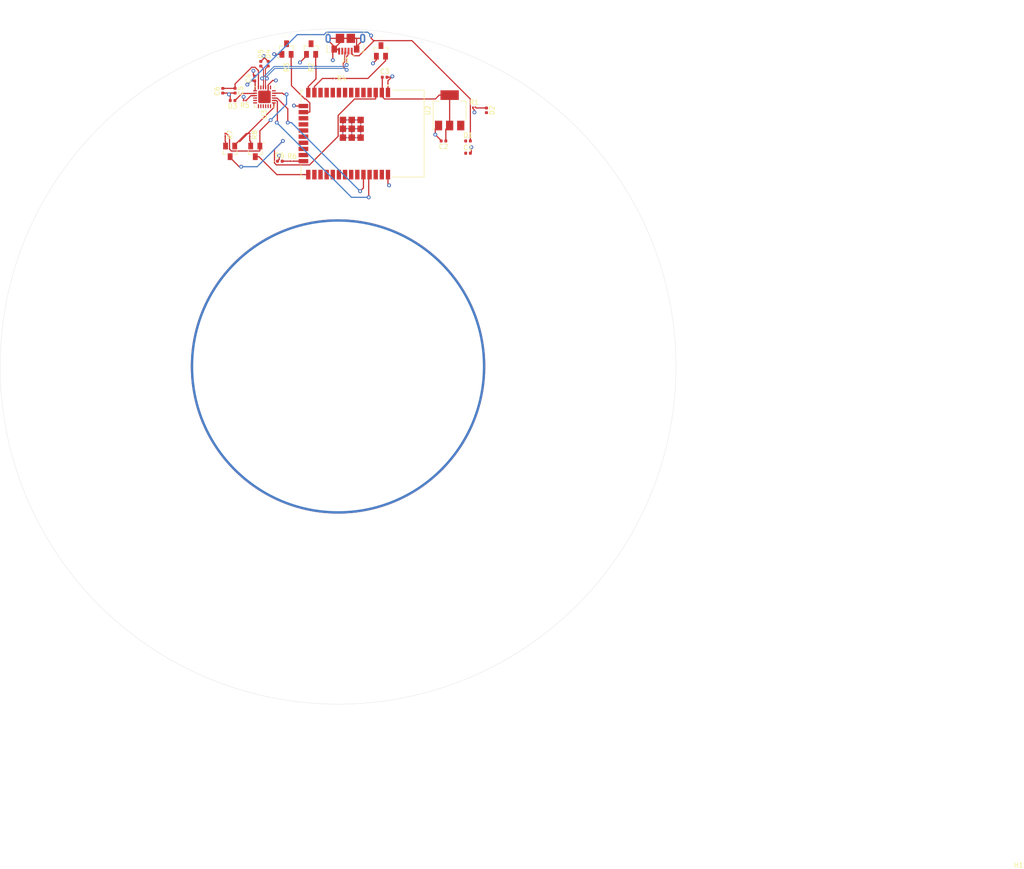
<source format=kicad_pcb>
(kicad_pcb (version 20171130) (host pcbnew "(5.1.4)-1")

  (general
    (thickness 1.6)
    (drawings 1)
    (tracks 291)
    (zones 0)
    (modules 30)
    (nets 68)
  )

  (page A4)
  (layers
    (0 F.Cu signal)
    (1 In1.Cu signal)
    (2 In2.Cu signal)
    (31 B.Cu signal)
    (32 B.Adhes user)
    (33 F.Adhes user)
    (34 B.Paste user)
    (35 F.Paste user)
    (36 B.SilkS user)
    (37 F.SilkS user)
    (38 B.Mask user)
    (39 F.Mask user)
    (40 Dwgs.User user)
    (41 Cmts.User user)
    (42 Eco1.User user)
    (43 Eco2.User user)
    (44 Edge.Cuts user)
    (45 Margin user)
    (46 B.CrtYd user)
    (47 F.CrtYd user)
    (48 B.Fab user)
    (49 F.Fab user hide)
  )

  (setup
    (last_trace_width 0.25)
    (trace_clearance 0.2)
    (zone_clearance 0.508)
    (zone_45_only no)
    (trace_min 0.2)
    (via_size 0.8)
    (via_drill 0.4)
    (via_min_size 0.4)
    (via_min_drill 0.3)
    (uvia_size 0.3)
    (uvia_drill 0.1)
    (uvias_allowed no)
    (uvia_min_size 0.2)
    (uvia_min_drill 0.1)
    (edge_width 0.05)
    (segment_width 0.2)
    (pcb_text_width 0.3)
    (pcb_text_size 1.5 1.5)
    (mod_edge_width 0.12)
    (mod_text_size 1 1)
    (mod_text_width 0.15)
    (pad_size 0.3 0.3)
    (pad_drill 0.2)
    (pad_to_mask_clearance 0.051)
    (solder_mask_min_width 0.25)
    (aux_axis_origin 0 0)
    (visible_elements 7FFFFFFF)
    (pcbplotparams
      (layerselection 0x010fc_ffffffff)
      (usegerberextensions false)
      (usegerberattributes false)
      (usegerberadvancedattributes false)
      (creategerberjobfile false)
      (excludeedgelayer true)
      (linewidth 0.100000)
      (plotframeref false)
      (viasonmask false)
      (mode 1)
      (useauxorigin false)
      (hpglpennumber 1)
      (hpglpenspeed 20)
      (hpglpendiameter 15.000000)
      (psnegative false)
      (psa4output false)
      (plotreference true)
      (plotvalue true)
      (plotinvisibletext false)
      (padsonsilk false)
      (subtractmaskfromsilk false)
      (outputformat 1)
      (mirror false)
      (drillshape 1)
      (scaleselection 1)
      (outputdirectory ""))
  )

  (net 0 "")
  (net 1 GND)
  (net 2 "Net-(U1-Pad4)")
  (net 3 "Net-(U1-Pad5)")
  (net 4 "Net-(U1-Pad6)")
  (net 5 "Net-(U1-Pad7)")
  (net 6 "Net-(U1-Pad8)")
  (net 7 "Net-(U1-Pad9)")
  (net 8 "Net-(U1-Pad10)")
  (net 9 "Net-(U1-Pad11)")
  (net 10 "Net-(U1-Pad12)")
  (net 11 "Net-(U1-Pad17)")
  (net 12 "Net-(U1-Pad18)")
  (net 13 "Net-(U1-Pad19)")
  (net 14 "Net-(U1-Pad20)")
  (net 15 "Net-(U1-Pad21)")
  (net 16 "Net-(U1-Pad22)")
  (net 17 "Net-(U1-Pad23)")
  (net 18 "Net-(U1-Pad26)")
  (net 19 "Net-(U1-Pad27)")
  (net 20 "Net-(U1-Pad28)")
  (net 21 "Net-(U1-Pad29)")
  (net 22 "Net-(U1-Pad30)")
  (net 23 "Net-(U1-Pad31)")
  (net 24 "Net-(U1-Pad33)")
  (net 25 "Net-(U1-Pad36)")
  (net 26 "Net-(U1-Pad37)")
  (net 27 VDD_5v)
  (net 28 VDD_3v)
  (net 29 VDD_USB)
  (net 30 "Net-(C5-Pad1)")
  (net 31 "Net-(D2-Pad1)")
  (net 32 USB_D+)
  (net 33 USB_D-)
  (net 34 "Net-(D6-Pad2)")
  (net 35 "Net-(J1-Pad4)")
  (net 36 "Net-(H2-Pad1)")
  (net 37 "Net-(Q1-Pad2)")
  (net 38 "Net-(Q2-Pad2)")
  (net 39 "Net-(H3-Pad1)")
  (net 40 "Net-(H4-Pad1)")
  (net 41 "Net-(Q3-Pad2)")
  (net 42 RTS)
  (net 43 "Net-(Q4-Pad2)")
  (net 44 EN)
  (net 45 IO0)
  (net 46 "Net-(Q5-Pad2)")
  (net 47 DTR)
  (net 48 GPIO12)
  (net 49 GPIO13)
  (net 50 GPIO14)
  (net 51 "Net-(R5-Pad1)")
  (net 52 IO2)
  (net 53 RXD)
  (net 54 TXD)
  (net 55 "Net-(U3-Pad1)")
  (net 56 "Net-(U3-Pad5)")
  (net 57 "Net-(U3-Pad10)")
  (net 58 "Net-(U3-Pad11)")
  (net 59 "Net-(U3-Pad12)")
  (net 60 "Net-(U3-Pad13)")
  (net 61 "Net-(U3-Pad14)")
  (net 62 "Net-(U3-Pad15)")
  (net 63 "Net-(U3-Pad16)")
  (net 64 "Net-(U3-Pad17)")
  (net 65 "Net-(U3-Pad18)")
  (net 66 "Net-(U3-Pad22)")
  (net 67 "Net-(U3-Pad24)")

  (net_class Default "This is the default net class."
    (clearance 0.2)
    (trace_width 0.25)
    (via_dia 0.8)
    (via_drill 0.4)
    (uvia_dia 0.3)
    (uvia_drill 0.1)
    (add_net DTR)
    (add_net EN)
    (add_net GND)
    (add_net GPIO12)
    (add_net GPIO13)
    (add_net GPIO14)
    (add_net IO0)
    (add_net IO2)
    (add_net "Net-(C5-Pad1)")
    (add_net "Net-(D2-Pad1)")
    (add_net "Net-(D6-Pad2)")
    (add_net "Net-(H2-Pad1)")
    (add_net "Net-(H3-Pad1)")
    (add_net "Net-(H4-Pad1)")
    (add_net "Net-(J1-Pad4)")
    (add_net "Net-(Q1-Pad2)")
    (add_net "Net-(Q2-Pad2)")
    (add_net "Net-(Q3-Pad2)")
    (add_net "Net-(Q4-Pad2)")
    (add_net "Net-(Q5-Pad2)")
    (add_net "Net-(R5-Pad1)")
    (add_net "Net-(U1-Pad10)")
    (add_net "Net-(U1-Pad11)")
    (add_net "Net-(U1-Pad12)")
    (add_net "Net-(U1-Pad17)")
    (add_net "Net-(U1-Pad18)")
    (add_net "Net-(U1-Pad19)")
    (add_net "Net-(U1-Pad20)")
    (add_net "Net-(U1-Pad21)")
    (add_net "Net-(U1-Pad22)")
    (add_net "Net-(U1-Pad23)")
    (add_net "Net-(U1-Pad26)")
    (add_net "Net-(U1-Pad27)")
    (add_net "Net-(U1-Pad28)")
    (add_net "Net-(U1-Pad29)")
    (add_net "Net-(U1-Pad30)")
    (add_net "Net-(U1-Pad31)")
    (add_net "Net-(U1-Pad33)")
    (add_net "Net-(U1-Pad36)")
    (add_net "Net-(U1-Pad37)")
    (add_net "Net-(U1-Pad4)")
    (add_net "Net-(U1-Pad5)")
    (add_net "Net-(U1-Pad6)")
    (add_net "Net-(U1-Pad7)")
    (add_net "Net-(U1-Pad8)")
    (add_net "Net-(U1-Pad9)")
    (add_net "Net-(U3-Pad1)")
    (add_net "Net-(U3-Pad10)")
    (add_net "Net-(U3-Pad11)")
    (add_net "Net-(U3-Pad12)")
    (add_net "Net-(U3-Pad13)")
    (add_net "Net-(U3-Pad14)")
    (add_net "Net-(U3-Pad15)")
    (add_net "Net-(U3-Pad16)")
    (add_net "Net-(U3-Pad17)")
    (add_net "Net-(U3-Pad18)")
    (add_net "Net-(U3-Pad22)")
    (add_net "Net-(U3-Pad24)")
    (add_net "Net-(U3-Pad5)")
    (add_net RTS)
    (add_net RXD)
    (add_net TXD)
    (add_net USB_D+)
    (add_net USB_D-)
    (add_net VDD_3v)
    (add_net VDD_5v)
    (add_net VDD_USB)
  )

  (module transistor_smd:SOT95P240X120-3N (layer F.Cu) (tedit 606BF1CB) (tstamp 606C68E9)
    (at 143.002 34.544)
    (path /606DE169)
    (fp_text reference Q1 (at -0.173223 -2.71493) (layer F.SilkS)
      (effects (font (size 0.640834 0.640834) (thickness 0.015)))
    )
    (fp_text value S8050 (at 4.304126 2.772934) (layer F.Fab)
      (effects (font (size 0.641002 0.641002) (thickness 0.015)))
    )
    (fp_line (start -2.023 -2.183) (end 2.023 -2.183) (layer F.CrtYd) (width 0.0508))
    (fp_line (start 2.023 2.183) (end -2.023 2.183) (layer F.CrtYd) (width 0.0508))
    (fp_line (start -2.023 2.183) (end -2.023 -2.183) (layer F.CrtYd) (width 0.0508))
    (fp_line (start 2.023 -2.183) (end 2.023 2.183) (layer F.CrtYd) (width 0.0508))
    (fp_poly (pts (xy -0.228649 -1.2954) (xy 0.2286 -1.2954) (xy 0.2286 -0.711351) (xy -0.228649 -0.711351)) (layer F.Fab) (width 0.01))
    (fp_poly (pts (xy 0.711511 0.7112) (xy 1.1684 0.7112) (xy 1.1684 1.29597) (xy 0.711511 1.29597)) (layer F.Fab) (width 0.01))
    (fp_poly (pts (xy -1.17061 0.7112) (xy -0.7112 0.7112) (xy -0.7112 1.29785) (xy -1.17061 1.29785)) (layer F.Fab) (width 0.01))
    (fp_circle (center -1.8 1.8) (end -1.7 1.8) (layer F.SilkS) (width 0.1))
    (fp_line (start -1.45 -0.65) (end -0.75 -0.65) (layer F.SilkS) (width 0.127))
    (fp_line (start 1.45 -0.65) (end 0.75 -0.65) (layer F.SilkS) (width 0.127))
    (fp_line (start 1.45 -0.65) (end 1.45 0.15) (layer F.SilkS) (width 0.127))
    (fp_line (start -1.45 -0.65) (end -1.45 0.15) (layer F.SilkS) (width 0.127))
    (fp_line (start -0.75 -0.65) (end 0.75 -0.65) (layer F.Fab) (width 0.127))
    (fp_line (start -1.45 0.15) (end -1.45 0.65) (layer F.Fab) (width 0.127))
    (fp_line (start -1.45 0.65) (end -0.25 0.65) (layer F.Fab) (width 0.127))
    (fp_line (start 0.25 0.65) (end 1.45 0.65) (layer F.Fab) (width 0.127))
    (fp_line (start 1.45 0.65) (end 1.45 0.15) (layer F.Fab) (width 0.127))
    (pad 3 smd rect (at 0 -1.1) (size 1 1.4) (layers F.Cu F.Paste F.Mask)
      (net 36 "Net-(H2-Pad1)"))
    (pad 2 smd rect (at 0.95 1.1) (size 1 1.4) (layers F.Cu F.Paste F.Mask)
      (net 37 "Net-(Q1-Pad2)"))
    (pad 1 smd rect (at -0.95 1.1) (size 1 1.4) (layers F.Cu F.Paste F.Mask)
      (net 1 GND))
  )

  (module ESP32_smd:MODULE_ESP32-WROOM-32D (layer F.Cu) (tedit 606C6A91) (tstamp 606CD913)
    (at 153.67 52.07 270)
    (path /605F3FCE)
    (fp_text reference U1 (at -6.325 -13.885 90) (layer F.SilkS)
      (effects (font (size 1 1) (thickness 0.015)))
    )
    (fp_text value ESP32-WROOM-32D (at 4.47 14.365 90) (layer F.Fab)
      (effects (font (size 1 1) (thickness 0.015)))
    )
    (fp_line (start -9 -12.75) (end 9 -12.75) (layer F.Fab) (width 0.127))
    (fp_line (start 9 -12.75) (end 9 -6.45) (layer F.Fab) (width 0.127))
    (fp_line (start 9 -6.45) (end 9 12.75) (layer F.Fab) (width 0.127))
    (fp_line (start 9 12.75) (end -9 12.75) (layer F.Fab) (width 0.127))
    (fp_line (start -9 12.75) (end -9 -6.45) (layer F.Fab) (width 0.127))
    (fp_line (start -9 -12.75) (end -9 -6.45) (layer F.Fab) (width 0.127))
    (fp_line (start -9 -6.45) (end 9 -6.45) (layer F.Fab) (width 0.127))
    (fp_poly (pts (xy -9 -12.75) (xy 9 -12.75) (xy 9 -6.45) (xy -9 -6.45)) (layer Dwgs.User) (width 0.01))
    (fp_poly (pts (xy -9 -12.75) (xy 9 -12.75) (xy 9 -6.45) (xy -9 -6.45)) (layer Dwgs.User) (width 0.01))
    (fp_text user ANTENNA (at -6 -9 90) (layer F.Fab)
      (effects (font (size 1.4 1.4) (thickness 0.015)))
    )
    (fp_line (start -9.25 -13) (end 9.25 -13) (layer F.CrtYd) (width 0.05))
    (fp_line (start 9.25 -13) (end 9.25 -6) (layer F.CrtYd) (width 0.05))
    (fp_line (start 9.25 -6) (end 9.75 -6) (layer F.CrtYd) (width 0.05))
    (fp_line (start 9.75 -6) (end 9.75 13.5) (layer F.CrtYd) (width 0.05))
    (fp_line (start 9.75 13.5) (end -9.75 13.5) (layer F.CrtYd) (width 0.05))
    (fp_line (start -9.75 13.5) (end -9.75 -6) (layer F.CrtYd) (width 0.05))
    (fp_line (start -9.75 -6) (end -9.25 -6) (layer F.CrtYd) (width 0.05))
    (fp_line (start -9.25 -6) (end -9.25 -13) (layer F.CrtYd) (width 0.05))
    (fp_circle (center -10 -5.25) (end -9.9 -5.25) (layer F.Fab) (width 0.2))
    (fp_circle (center -10 -5.25) (end -9.9 -5.25) (layer F.SilkS) (width 0.2))
    (fp_line (start -9 12.1) (end -9 12.75) (layer F.SilkS) (width 0.127))
    (fp_line (start -9 12.75) (end -6.55 12.75) (layer F.SilkS) (width 0.127))
    (fp_line (start 6.55 12.75) (end 9 12.75) (layer F.SilkS) (width 0.127))
    (fp_line (start 9 12.75) (end 9 12.1) (layer F.SilkS) (width 0.127))
    (fp_line (start -9 -6.25) (end -9 -12.75) (layer F.SilkS) (width 0.127))
    (fp_line (start -9 -12.75) (end 9 -12.75) (layer F.SilkS) (width 0.127))
    (fp_line (start 9 -12.75) (end 9 -6.25) (layer F.SilkS) (width 0.127))
    (pad 1 smd rect (at -8.5 -5.26 270) (size 2 0.9) (layers F.Cu F.Paste F.Mask)
      (net 1 GND))
    (pad 2 smd rect (at -8.5 -3.99 270) (size 2 0.9) (layers F.Cu F.Paste F.Mask)
      (net 28 VDD_3v))
    (pad 3 smd rect (at -8.5 -2.72 270) (size 2 0.9) (layers F.Cu F.Paste F.Mask)
      (net 44 EN))
    (pad 4 smd rect (at -8.5 -1.45 270) (size 2 0.9) (layers F.Cu F.Paste F.Mask)
      (net 2 "Net-(U1-Pad4)"))
    (pad 5 smd rect (at -8.5 -0.18 270) (size 2 0.9) (layers F.Cu F.Paste F.Mask)
      (net 3 "Net-(U1-Pad5)"))
    (pad 6 smd rect (at -8.5 1.09 270) (size 2 0.9) (layers F.Cu F.Paste F.Mask)
      (net 4 "Net-(U1-Pad6)"))
    (pad 7 smd rect (at -8.5 2.36 270) (size 2 0.9) (layers F.Cu F.Paste F.Mask)
      (net 5 "Net-(U1-Pad7)"))
    (pad 8 smd rect (at -8.5 3.63 270) (size 2 0.9) (layers F.Cu F.Paste F.Mask)
      (net 6 "Net-(U1-Pad8)"))
    (pad 9 smd rect (at -8.5 4.9 270) (size 2 0.9) (layers F.Cu F.Paste F.Mask)
      (net 7 "Net-(U1-Pad9)"))
    (pad 10 smd rect (at -8.5 6.17 270) (size 2 0.9) (layers F.Cu F.Paste F.Mask)
      (net 8 "Net-(U1-Pad10)"))
    (pad 11 smd rect (at -8.5 7.44 270) (size 2 0.9) (layers F.Cu F.Paste F.Mask)
      (net 9 "Net-(U1-Pad11)"))
    (pad 12 smd rect (at -8.5 8.71 270) (size 2 0.9) (layers F.Cu F.Paste F.Mask)
      (net 10 "Net-(U1-Pad12)"))
    (pad 13 smd rect (at -8.5 9.98 270) (size 2 0.9) (layers F.Cu F.Paste F.Mask)
      (net 50 GPIO14))
    (pad 14 smd rect (at -8.5 11.25 270) (size 2 0.9) (layers F.Cu F.Paste F.Mask)
      (net 48 GPIO12))
    (pad 15 smd rect (at -5.715 12.25 270) (size 0.9 2) (layers F.Cu F.Paste F.Mask)
      (net 1 GND))
    (pad 16 smd rect (at -4.445 12.25 270) (size 0.9 2) (layers F.Cu F.Paste F.Mask)
      (net 49 GPIO13))
    (pad 17 smd rect (at -3.175 12.25 270) (size 0.9 2) (layers F.Cu F.Paste F.Mask)
      (net 11 "Net-(U1-Pad17)"))
    (pad 18 smd rect (at -1.905 12.25 270) (size 0.9 2) (layers F.Cu F.Paste F.Mask)
      (net 12 "Net-(U1-Pad18)"))
    (pad 19 smd rect (at -0.635 12.25 270) (size 0.9 2) (layers F.Cu F.Paste F.Mask)
      (net 13 "Net-(U1-Pad19)"))
    (pad 20 smd rect (at 0.635 12.25 270) (size 0.9 2) (layers F.Cu F.Paste F.Mask)
      (net 14 "Net-(U1-Pad20)"))
    (pad 21 smd rect (at 1.905 12.25 270) (size 0.9 2) (layers F.Cu F.Paste F.Mask)
      (net 15 "Net-(U1-Pad21)"))
    (pad 22 smd rect (at 3.175 12.25 270) (size 0.9 2) (layers F.Cu F.Paste F.Mask)
      (net 16 "Net-(U1-Pad22)"))
    (pad 23 smd rect (at 4.445 12.25 270) (size 0.9 2) (layers F.Cu F.Paste F.Mask)
      (net 17 "Net-(U1-Pad23)"))
    (pad 24 smd rect (at 5.715 12.25 270) (size 0.9 2) (layers F.Cu F.Paste F.Mask)
      (net 52 IO2))
    (pad 25 smd rect (at 8.5 11.25 270) (size 2 0.9) (layers F.Cu F.Paste F.Mask)
      (net 45 IO0))
    (pad 26 smd rect (at 8.5 9.98 270) (size 2 0.9) (layers F.Cu F.Paste F.Mask)
      (net 18 "Net-(U1-Pad26)"))
    (pad 27 smd rect (at 8.5 8.71 270) (size 2 0.9) (layers F.Cu F.Paste F.Mask)
      (net 19 "Net-(U1-Pad27)"))
    (pad 28 smd rect (at 8.5 7.44 270) (size 2 0.9) (layers F.Cu F.Paste F.Mask)
      (net 20 "Net-(U1-Pad28)"))
    (pad 29 smd rect (at 8.5 6.17 270) (size 2 0.9) (layers F.Cu F.Paste F.Mask)
      (net 21 "Net-(U1-Pad29)"))
    (pad 30 smd rect (at 8.5 4.9 270) (size 2 0.9) (layers F.Cu F.Paste F.Mask)
      (net 22 "Net-(U1-Pad30)"))
    (pad 31 smd rect (at 8.5 3.63 270) (size 2 0.9) (layers F.Cu F.Paste F.Mask)
      (net 23 "Net-(U1-Pad31)"))
    (pad 32 smd rect (at 8.5 2.36 270) (size 2 0.9) (layers F.Cu F.Paste F.Mask))
    (pad 33 smd rect (at 8.5 1.09 270) (size 2 0.9) (layers F.Cu F.Paste F.Mask)
      (net 24 "Net-(U1-Pad33)"))
    (pad 34 smd rect (at 8.5 -0.18 270) (size 2 0.9) (layers F.Cu F.Paste F.Mask)
      (net 53 RXD))
    (pad 35 smd rect (at 8.5 -1.45 270) (size 2 0.9) (layers F.Cu F.Paste F.Mask)
      (net 54 TXD))
    (pad 36 smd rect (at 8.5 -2.72 270) (size 2 0.9) (layers F.Cu F.Paste F.Mask)
      (net 25 "Net-(U1-Pad36)"))
    (pad 37 smd rect (at 8.5 -3.99 270) (size 2 0.9) (layers F.Cu F.Paste F.Mask)
      (net 26 "Net-(U1-Pad37)"))
    (pad 38 smd rect (at 8.5 -5.26 270) (size 2 0.9) (layers F.Cu F.Paste F.Mask)
      (net 1 GND))
    (pad 39_1 smd rect (at -2.835 0.405 270) (size 1.33 1.33) (layers F.Cu F.Paste F.Mask)
      (net 1 GND))
    (pad 39_2 smd rect (at -1 0.405 270) (size 1.33 1.33) (layers F.Cu F.Paste F.Mask)
      (net 1 GND))
    (pad 39_3 smd rect (at 0.835 0.405 270) (size 1.33 1.33) (layers F.Cu F.Paste F.Mask)
      (net 1 GND))
    (pad 39_4 smd rect (at -2.835 2.24 270) (size 1.33 1.33) (layers F.Cu F.Paste F.Mask)
      (net 1 GND))
    (pad 39_5 smd rect (at -1 2.24 270) (size 1.33 1.33) (layers F.Cu F.Paste F.Mask)
      (net 1 GND))
    (pad 39_6 smd rect (at 0.835 2.24 270) (size 1.33 1.33) (layers F.Cu F.Paste F.Mask)
      (net 1 GND))
    (pad 39_7 smd rect (at -2.835 4.075 270) (size 1.33 1.33) (layers F.Cu F.Paste F.Mask)
      (net 1 GND))
    (pad 39_8 smd rect (at -1 4.075 270) (size 1.33 1.33) (layers F.Cu F.Paste F.Mask)
      (net 1 GND))
    (pad 39_9 smd rect (at 0.835 4.075 270) (size 1.33 1.33) (layers F.Cu F.Paste F.Mask)
      (net 1 GND))
    (pad 39_10 thru_hole circle (at -1.9175 0.405 270) (size 0.3 0.3) (drill 0.2) (layers *.Cu *.Mask)
      (net 1 GND))
    (pad 39_11 thru_hole circle (at -0.0825 0.405 270) (size 0.3 0.3) (drill 0.2) (layers *.Cu *.Mask)
      (net 1 GND))
    (pad 39_12 thru_hole circle (at -2.835 1.3225 270) (size 0.3 0.3) (drill 0.2) (layers *.Cu *.Mask)
      (net 1 GND))
    (pad 39_13 thru_hole circle (at -1 1.3225 270) (size 0.3 0.3) (drill 0.2) (layers *.Cu *.Mask)
      (net 1 GND))
    (pad 39_14 thru_hole circle (at 0.835 1.3225 270) (size 0.3 0.3) (drill 0.2) (layers *.Cu *.Mask)
      (net 1 GND))
    (pad 39_15 thru_hole circle (at -1.9175 2.24 270) (size 0.3 0.3) (drill 0.2) (layers *.Cu *.Mask)
      (net 1 GND))
    (pad 39_16 thru_hole circle (at -0.0825 2.24 270) (size 0.3 0.3) (drill 0.2) (layers *.Cu *.Mask)
      (net 1 GND))
    (pad 39_17 thru_hole circle (at -2.835 3.1575 270) (size 0.3 0.3) (drill 0.2) (layers *.Cu *.Mask)
      (net 1 GND))
    (pad 39_18 thru_hole circle (at -1 3.1575 270) (size 0.3 0.3) (drill 0.2) (layers *.Cu *.Mask)
      (net 1 GND))
    (pad 39_19 thru_hole circle (at 0.835 3.1575 270) (size 0.3 0.3) (drill 0.2) (layers *.Cu *.Mask)
      (net 1 GND))
    (pad 39_20 thru_hole circle (at -1.9175 4.075 270) (size 0.3 0.3) (drill 0.2) (layers *.Cu *.Mask)
      (net 1 GND))
    (pad 39_21 thru_hole circle (at -0.0825 4.075 270) (size 0.3 0.3) (drill 0.2) (layers *.Cu *.Mask)
      (net 1 GND))
  )

  (module disc:middle_circle (layer F.Cu) (tedit 60632A39) (tstamp 606C8469)
    (at 289.56 203.2)
    (path /60632F6E)
    (fp_text reference H1 (at 0 0.5) (layer F.SilkS)
      (effects (font (size 1 1) (thickness 0.15)))
    )
    (fp_text value MountingHole (at 0 -0.5) (layer F.Fab)
      (effects (font (size 1 1) (thickness 0.15)))
    )
    (pad 1 thru_hole circle (at -140.97 -102.87) (size 61 61) (drill 60) (layers *.Cu *.Mask))
  )

  (module Capacitor_SMD:C_0402_1005Metric (layer F.Cu) (tedit 5B301BBE) (tstamp 606CD62D)
    (at 175.514 56.134)
    (descr "Capacitor SMD 0402 (1005 Metric), square (rectangular) end terminal, IPC_7351 nominal, (Body size source: http://www.tortai-tech.com/upload/download/2011102023233369053.pdf), generated with kicad-footprint-generator")
    (tags capacitor)
    (path /60699091)
    (attr smd)
    (fp_text reference C1 (at 0 -1.17) (layer F.SilkS)
      (effects (font (size 1 1) (thickness 0.15)))
    )
    (fp_text value 10uF (at 0 1.17) (layer F.Fab)
      (effects (font (size 1 1) (thickness 0.15)))
    )
    (fp_text user %R (at 0 0) (layer F.Fab)
      (effects (font (size 0.25 0.25) (thickness 0.04)))
    )
    (fp_line (start 0.93 0.47) (end -0.93 0.47) (layer F.CrtYd) (width 0.05))
    (fp_line (start 0.93 -0.47) (end 0.93 0.47) (layer F.CrtYd) (width 0.05))
    (fp_line (start -0.93 -0.47) (end 0.93 -0.47) (layer F.CrtYd) (width 0.05))
    (fp_line (start -0.93 0.47) (end -0.93 -0.47) (layer F.CrtYd) (width 0.05))
    (fp_line (start 0.5 0.25) (end -0.5 0.25) (layer F.Fab) (width 0.1))
    (fp_line (start 0.5 -0.25) (end 0.5 0.25) (layer F.Fab) (width 0.1))
    (fp_line (start -0.5 -0.25) (end 0.5 -0.25) (layer F.Fab) (width 0.1))
    (fp_line (start -0.5 0.25) (end -0.5 -0.25) (layer F.Fab) (width 0.1))
    (pad 2 smd roundrect (at 0.485 0) (size 0.59 0.64) (layers F.Cu F.Paste F.Mask) (roundrect_rratio 0.25)
      (net 1 GND))
    (pad 1 smd roundrect (at -0.485 0) (size 0.59 0.64) (layers F.Cu F.Paste F.Mask) (roundrect_rratio 0.25)
      (net 27 VDD_5v))
    (model ${KISYS3DMOD}/Capacitor_SMD.3dshapes/C_0402_1005Metric.wrl
      (at (xyz 0 0 0))
      (scale (xyz 1 1 1))
      (rotate (xyz 0 0 0))
    )
  )

  (module Capacitor_SMD:C_0402_1005Metric (layer F.Cu) (tedit 5B301BBE) (tstamp 606CD603)
    (at 170.434 53.594 180)
    (descr "Capacitor SMD 0402 (1005 Metric), square (rectangular) end terminal, IPC_7351 nominal, (Body size source: http://www.tortai-tech.com/upload/download/2011102023233369053.pdf), generated with kicad-footprint-generator")
    (tags capacitor)
    (path /6069F7E1)
    (attr smd)
    (fp_text reference C2 (at 0 -1.17) (layer F.SilkS)
      (effects (font (size 1 1) (thickness 0.15)))
    )
    (fp_text value 10uF (at 0 1.17) (layer F.Fab)
      (effects (font (size 1 1) (thickness 0.15)))
    )
    (fp_text user %R (at 0 0) (layer F.Fab)
      (effects (font (size 0.25 0.25) (thickness 0.04)))
    )
    (fp_line (start 0.93 0.47) (end -0.93 0.47) (layer F.CrtYd) (width 0.05))
    (fp_line (start 0.93 -0.47) (end 0.93 0.47) (layer F.CrtYd) (width 0.05))
    (fp_line (start -0.93 -0.47) (end 0.93 -0.47) (layer F.CrtYd) (width 0.05))
    (fp_line (start -0.93 0.47) (end -0.93 -0.47) (layer F.CrtYd) (width 0.05))
    (fp_line (start 0.5 0.25) (end -0.5 0.25) (layer F.Fab) (width 0.1))
    (fp_line (start 0.5 -0.25) (end 0.5 0.25) (layer F.Fab) (width 0.1))
    (fp_line (start -0.5 -0.25) (end 0.5 -0.25) (layer F.Fab) (width 0.1))
    (fp_line (start -0.5 0.25) (end -0.5 -0.25) (layer F.Fab) (width 0.1))
    (pad 2 smd roundrect (at 0.485 0 180) (size 0.59 0.64) (layers F.Cu F.Paste F.Mask) (roundrect_rratio 0.25)
      (net 1 GND))
    (pad 1 smd roundrect (at -0.485 0 180) (size 0.59 0.64) (layers F.Cu F.Paste F.Mask) (roundrect_rratio 0.25)
      (net 28 VDD_3v))
    (model ${KISYS3DMOD}/Capacitor_SMD.3dshapes/C_0402_1005Metric.wrl
      (at (xyz 0 0 0))
      (scale (xyz 1 1 1))
      (rotate (xyz 0 0 0))
    )
  )

  (module Capacitor_SMD:C_0402_1005Metric (layer F.Cu) (tedit 5B301BBE) (tstamp 606C67F9)
    (at 158.242 40.386)
    (descr "Capacitor SMD 0402 (1005 Metric), square (rectangular) end terminal, IPC_7351 nominal, (Body size source: http://www.tortai-tech.com/upload/download/2011102023233369053.pdf), generated with kicad-footprint-generator")
    (tags capacitor)
    (path /606AE5BE)
    (attr smd)
    (fp_text reference C3 (at 0 -1.17) (layer F.SilkS)
      (effects (font (size 1 1) (thickness 0.15)))
    )
    (fp_text value 100uF (at 0 1.17) (layer F.Fab)
      (effects (font (size 1 1) (thickness 0.15)))
    )
    (fp_line (start -0.5 0.25) (end -0.5 -0.25) (layer F.Fab) (width 0.1))
    (fp_line (start -0.5 -0.25) (end 0.5 -0.25) (layer F.Fab) (width 0.1))
    (fp_line (start 0.5 -0.25) (end 0.5 0.25) (layer F.Fab) (width 0.1))
    (fp_line (start 0.5 0.25) (end -0.5 0.25) (layer F.Fab) (width 0.1))
    (fp_line (start -0.93 0.47) (end -0.93 -0.47) (layer F.CrtYd) (width 0.05))
    (fp_line (start -0.93 -0.47) (end 0.93 -0.47) (layer F.CrtYd) (width 0.05))
    (fp_line (start 0.93 -0.47) (end 0.93 0.47) (layer F.CrtYd) (width 0.05))
    (fp_line (start 0.93 0.47) (end -0.93 0.47) (layer F.CrtYd) (width 0.05))
    (fp_text user %R (at 0 0) (layer F.Fab)
      (effects (font (size 0.25 0.25) (thickness 0.04)))
    )
    (pad 1 smd roundrect (at -0.485 0) (size 0.59 0.64) (layers F.Cu F.Paste F.Mask) (roundrect_rratio 0.25)
      (net 28 VDD_3v))
    (pad 2 smd roundrect (at 0.485 0) (size 0.59 0.64) (layers F.Cu F.Paste F.Mask) (roundrect_rratio 0.25)
      (net 1 GND))
    (model ${KISYS3DMOD}/Capacitor_SMD.3dshapes/C_0402_1005Metric.wrl
      (at (xyz 0 0 0))
      (scale (xyz 1 1 1))
      (rotate (xyz 0 0 0))
    )
  )

  (module Capacitor_SMD:C_0402_1005Metric (layer F.Cu) (tedit 5B301BBE) (tstamp 606C6808)
    (at 131.318 40.64 270)
    (descr "Capacitor SMD 0402 (1005 Metric), square (rectangular) end terminal, IPC_7351 nominal, (Body size source: http://www.tortai-tech.com/upload/download/2011102023233369053.pdf), generated with kicad-footprint-generator")
    (tags capacitor)
    (path /6068E24B)
    (attr smd)
    (fp_text reference C4 (at 0 1.27 90) (layer F.SilkS)
      (effects (font (size 1 1) (thickness 0.15)))
    )
    (fp_text value 1uF (at 0 1.17 90) (layer F.Fab)
      (effects (font (size 1 1) (thickness 0.15)))
    )
    (fp_line (start -0.5 0.25) (end -0.5 -0.25) (layer F.Fab) (width 0.1))
    (fp_line (start -0.5 -0.25) (end 0.5 -0.25) (layer F.Fab) (width 0.1))
    (fp_line (start 0.5 -0.25) (end 0.5 0.25) (layer F.Fab) (width 0.1))
    (fp_line (start 0.5 0.25) (end -0.5 0.25) (layer F.Fab) (width 0.1))
    (fp_line (start -0.93 0.47) (end -0.93 -0.47) (layer F.CrtYd) (width 0.05))
    (fp_line (start -0.93 -0.47) (end 0.93 -0.47) (layer F.CrtYd) (width 0.05))
    (fp_line (start 0.93 -0.47) (end 0.93 0.47) (layer F.CrtYd) (width 0.05))
    (fp_line (start 0.93 0.47) (end -0.93 0.47) (layer F.CrtYd) (width 0.05))
    (fp_text user %R (at 0 0 90) (layer F.Fab)
      (effects (font (size 0.25 0.25) (thickness 0.04)))
    )
    (pad 1 smd roundrect (at -0.485 0 270) (size 0.59 0.64) (layers F.Cu F.Paste F.Mask) (roundrect_rratio 0.25)
      (net 1 GND))
    (pad 2 smd roundrect (at 0.485 0 270) (size 0.59 0.64) (layers F.Cu F.Paste F.Mask) (roundrect_rratio 0.25)
      (net 29 VDD_USB))
    (model ${KISYS3DMOD}/Capacitor_SMD.3dshapes/C_0402_1005Metric.wrl
      (at (xyz 0 0 0))
      (scale (xyz 1 1 1))
      (rotate (xyz 0 0 0))
    )
  )

  (module Capacitor_SMD:C_0402_1005Metric (layer F.Cu) (tedit 5B301BBE) (tstamp 606C6817)
    (at 127.254 43.18 270)
    (descr "Capacitor SMD 0402 (1005 Metric), square (rectangular) end terminal, IPC_7351 nominal, (Body size source: http://www.tortai-tech.com/upload/download/2011102023233369053.pdf), generated with kicad-footprint-generator")
    (tags capacitor)
    (path /606816AA)
    (attr smd)
    (fp_text reference C5 (at 0 -1.17 90) (layer F.SilkS)
      (effects (font (size 1 1) (thickness 0.15)))
    )
    (fp_text value 4.7uF (at 0 1.17 90) (layer F.Fab)
      (effects (font (size 1 1) (thickness 0.15)))
    )
    (fp_text user %R (at 0 0 90) (layer F.Fab)
      (effects (font (size 0.25 0.25) (thickness 0.04)))
    )
    (fp_line (start 0.93 0.47) (end -0.93 0.47) (layer F.CrtYd) (width 0.05))
    (fp_line (start 0.93 -0.47) (end 0.93 0.47) (layer F.CrtYd) (width 0.05))
    (fp_line (start -0.93 -0.47) (end 0.93 -0.47) (layer F.CrtYd) (width 0.05))
    (fp_line (start -0.93 0.47) (end -0.93 -0.47) (layer F.CrtYd) (width 0.05))
    (fp_line (start 0.5 0.25) (end -0.5 0.25) (layer F.Fab) (width 0.1))
    (fp_line (start 0.5 -0.25) (end 0.5 0.25) (layer F.Fab) (width 0.1))
    (fp_line (start -0.5 -0.25) (end 0.5 -0.25) (layer F.Fab) (width 0.1))
    (fp_line (start -0.5 0.25) (end -0.5 -0.25) (layer F.Fab) (width 0.1))
    (pad 2 smd roundrect (at 0.485 0 270) (size 0.59 0.64) (layers F.Cu F.Paste F.Mask) (roundrect_rratio 0.25)
      (net 1 GND))
    (pad 1 smd roundrect (at -0.485 0 270) (size 0.59 0.64) (layers F.Cu F.Paste F.Mask) (roundrect_rratio 0.25)
      (net 30 "Net-(C5-Pad1)"))
    (model ${KISYS3DMOD}/Capacitor_SMD.3dshapes/C_0402_1005Metric.wrl
      (at (xyz 0 0 0))
      (scale (xyz 1 1 1))
      (rotate (xyz 0 0 0))
    )
  )

  (module Capacitor_SMD:C_0402_1005Metric (layer F.Cu) (tedit 5B301BBE) (tstamp 606C6826)
    (at 124.714 43.18 270)
    (descr "Capacitor SMD 0402 (1005 Metric), square (rectangular) end terminal, IPC_7351 nominal, (Body size source: http://www.tortai-tech.com/upload/download/2011102023233369053.pdf), generated with kicad-footprint-generator")
    (tags capacitor)
    (path /60660812)
    (attr smd)
    (fp_text reference C6 (at 0.08636 1.17348 90) (layer F.SilkS)
      (effects (font (size 1 1) (thickness 0.15)))
    )
    (fp_text value 1uF (at 0 1.17 90) (layer F.Fab)
      (effects (font (size 1 1) (thickness 0.15)))
    )
    (fp_line (start -0.5 0.25) (end -0.5 -0.25) (layer F.Fab) (width 0.1))
    (fp_line (start -0.5 -0.25) (end 0.5 -0.25) (layer F.Fab) (width 0.1))
    (fp_line (start 0.5 -0.25) (end 0.5 0.25) (layer F.Fab) (width 0.1))
    (fp_line (start 0.5 0.25) (end -0.5 0.25) (layer F.Fab) (width 0.1))
    (fp_line (start -0.93 0.47) (end -0.93 -0.47) (layer F.CrtYd) (width 0.05))
    (fp_line (start -0.93 -0.47) (end 0.93 -0.47) (layer F.CrtYd) (width 0.05))
    (fp_line (start 0.93 -0.47) (end 0.93 0.47) (layer F.CrtYd) (width 0.05))
    (fp_line (start 0.93 0.47) (end -0.93 0.47) (layer F.CrtYd) (width 0.05))
    (fp_text user %R (at 0 0 90) (layer F.Fab)
      (effects (font (size 0.25 0.25) (thickness 0.04)))
    )
    (pad 1 smd roundrect (at -0.485 0 270) (size 0.59 0.64) (layers F.Cu F.Paste F.Mask) (roundrect_rratio 0.25)
      (net 30 "Net-(C5-Pad1)"))
    (pad 2 smd roundrect (at 0.485 0 270) (size 0.59 0.64) (layers F.Cu F.Paste F.Mask) (roundrect_rratio 0.25)
      (net 1 GND))
    (model ${KISYS3DMOD}/Capacitor_SMD.3dshapes/C_0402_1005Metric.wrl
      (at (xyz 0 0 0))
      (scale (xyz 1 1 1))
      (rotate (xyz 0 0 0))
    )
  )

  (module Diode_SMD:D_0402_1005Metric (layer F.Cu) (tedit 5B301BBE) (tstamp 606CD570)
    (at 175.514 53.594)
    (descr "Diode SMD 0402 (1005 Metric), square (rectangular) end terminal, IPC_7351 nominal, (Body size source: http://www.tortai-tech.com/upload/download/2011102023233369053.pdf), generated with kicad-footprint-generator")
    (tags diode)
    (path /6069A12D)
    (attr smd)
    (fp_text reference D1 (at 0 -1.17) (layer F.SilkS)
      (effects (font (size 1 1) (thickness 0.15)))
    )
    (fp_text value 1N5819 (at 0 1.17) (layer F.Fab)
      (effects (font (size 1 1) (thickness 0.15)))
    )
    (fp_text user %R (at 0 0) (layer F.Fab)
      (effects (font (size 0.25 0.25) (thickness 0.04)))
    )
    (fp_line (start 0.93 0.47) (end -0.93 0.47) (layer F.CrtYd) (width 0.05))
    (fp_line (start 0.93 -0.47) (end 0.93 0.47) (layer F.CrtYd) (width 0.05))
    (fp_line (start -0.93 -0.47) (end 0.93 -0.47) (layer F.CrtYd) (width 0.05))
    (fp_line (start -0.93 0.47) (end -0.93 -0.47) (layer F.CrtYd) (width 0.05))
    (fp_line (start -0.3 0.25) (end -0.3 -0.25) (layer F.Fab) (width 0.1))
    (fp_line (start -0.4 0.25) (end -0.4 -0.25) (layer F.Fab) (width 0.1))
    (fp_line (start 0.5 0.25) (end -0.5 0.25) (layer F.Fab) (width 0.1))
    (fp_line (start 0.5 -0.25) (end 0.5 0.25) (layer F.Fab) (width 0.1))
    (fp_line (start -0.5 -0.25) (end 0.5 -0.25) (layer F.Fab) (width 0.1))
    (fp_line (start -0.5 0.25) (end -0.5 -0.25) (layer F.Fab) (width 0.1))
    (fp_circle (center -1.09 0) (end -1.04 0) (layer F.SilkS) (width 0.1))
    (pad 2 smd roundrect (at 0.485 0) (size 0.59 0.64) (layers F.Cu F.Paste F.Mask) (roundrect_rratio 0.25)
      (net 29 VDD_USB))
    (pad 1 smd roundrect (at -0.485 0) (size 0.59 0.64) (layers F.Cu F.Paste F.Mask) (roundrect_rratio 0.25)
      (net 27 VDD_5v))
    (model ${KISYS3DMOD}/Diode_SMD.3dshapes/D_0402_1005Metric.wrl
      (at (xyz 0 0 0))
      (scale (xyz 1 1 1))
      (rotate (xyz 0 0 0))
    )
  )

  (module LED_SMD:LED_0402_1005Metric (layer F.Cu) (tedit 5B301BBE) (tstamp 606CD5A3)
    (at 179.324 47.244 270)
    (descr "LED SMD 0402 (1005 Metric), square (rectangular) end terminal, IPC_7351 nominal, (Body size source: http://www.tortai-tech.com/upload/download/2011102023233369053.pdf), generated with kicad-footprint-generator")
    (tags LED)
    (path /606AB399)
    (attr smd)
    (fp_text reference D2 (at 0 -1.17 90) (layer F.SilkS)
      (effects (font (size 1 1) (thickness 0.15)))
    )
    (fp_text value LED (at 0 1.17 90) (layer F.Fab)
      (effects (font (size 1 1) (thickness 0.15)))
    )
    (fp_text user %R (at 0 0 90) (layer F.Fab)
      (effects (font (size 0.25 0.25) (thickness 0.04)))
    )
    (fp_line (start 0.93 0.47) (end -0.93 0.47) (layer F.CrtYd) (width 0.05))
    (fp_line (start 0.93 -0.47) (end 0.93 0.47) (layer F.CrtYd) (width 0.05))
    (fp_line (start -0.93 -0.47) (end 0.93 -0.47) (layer F.CrtYd) (width 0.05))
    (fp_line (start -0.93 0.47) (end -0.93 -0.47) (layer F.CrtYd) (width 0.05))
    (fp_line (start -0.3 0.25) (end -0.3 -0.25) (layer F.Fab) (width 0.1))
    (fp_line (start -0.4 0.25) (end -0.4 -0.25) (layer F.Fab) (width 0.1))
    (fp_line (start 0.5 0.25) (end -0.5 0.25) (layer F.Fab) (width 0.1))
    (fp_line (start 0.5 -0.25) (end 0.5 0.25) (layer F.Fab) (width 0.1))
    (fp_line (start -0.5 -0.25) (end 0.5 -0.25) (layer F.Fab) (width 0.1))
    (fp_line (start -0.5 0.25) (end -0.5 -0.25) (layer F.Fab) (width 0.1))
    (fp_circle (center -1.09 0) (end -1.04 0) (layer F.SilkS) (width 0.1))
    (pad 2 smd roundrect (at 0.485 0 270) (size 0.59 0.64) (layers F.Cu F.Paste F.Mask) (roundrect_rratio 0.25)
      (net 27 VDD_5v))
    (pad 1 smd roundrect (at -0.485 0 270) (size 0.59 0.64) (layers F.Cu F.Paste F.Mask) (roundrect_rratio 0.25)
      (net 31 "Net-(D2-Pad1)"))
    (model ${KISYS3DMOD}/LED_SMD.3dshapes/LED_0402_1005Metric.wrl
      (at (xyz 0 0 0))
      (scale (xyz 1 1 1))
      (rotate (xyz 0 0 0))
    )
  )

  (module Diode_SMD:D_0402_1005Metric (layer F.Cu) (tedit 5B301BBE) (tstamp 606C685C)
    (at 126.746 45.212 180)
    (descr "Diode SMD 0402 (1005 Metric), square (rectangular) end terminal, IPC_7351 nominal, (Body size source: http://www.tortai-tech.com/upload/download/2011102023233369053.pdf), generated with kicad-footprint-generator")
    (tags diode)
    (path /60679147)
    (attr smd)
    (fp_text reference D3 (at 0 -1.17) (layer F.SilkS)
      (effects (font (size 1 1) (thickness 0.15)))
    )
    (fp_text value 1.5KExxA (at 0 1.17) (layer F.Fab)
      (effects (font (size 1 1) (thickness 0.15)))
    )
    (fp_text user %R (at 0 0 270) (layer F.Fab)
      (effects (font (size 0.25 0.25) (thickness 0.04)))
    )
    (fp_line (start 0.93 0.47) (end -0.93 0.47) (layer F.CrtYd) (width 0.05))
    (fp_line (start 0.93 -0.47) (end 0.93 0.47) (layer F.CrtYd) (width 0.05))
    (fp_line (start -0.93 -0.47) (end 0.93 -0.47) (layer F.CrtYd) (width 0.05))
    (fp_line (start -0.93 0.47) (end -0.93 -0.47) (layer F.CrtYd) (width 0.05))
    (fp_line (start -0.3 0.25) (end -0.3 -0.25) (layer F.Fab) (width 0.1))
    (fp_line (start -0.4 0.25) (end -0.4 -0.25) (layer F.Fab) (width 0.1))
    (fp_line (start 0.5 0.25) (end -0.5 0.25) (layer F.Fab) (width 0.1))
    (fp_line (start 0.5 -0.25) (end 0.5 0.25) (layer F.Fab) (width 0.1))
    (fp_line (start -0.5 -0.25) (end 0.5 -0.25) (layer F.Fab) (width 0.1))
    (fp_line (start -0.5 0.25) (end -0.5 -0.25) (layer F.Fab) (width 0.1))
    (fp_circle (center -1.09 0) (end -1.04 0) (layer F.SilkS) (width 0.1))
    (pad 2 smd roundrect (at 0.485 0 180) (size 0.59 0.64) (layers F.Cu F.Paste F.Mask) (roundrect_rratio 0.25)
      (net 1 GND))
    (pad 1 smd roundrect (at -0.485 0 180) (size 0.59 0.64) (layers F.Cu F.Paste F.Mask) (roundrect_rratio 0.25)
      (net 29 VDD_USB))
    (model ${KISYS3DMOD}/Diode_SMD.3dshapes/D_0402_1005Metric.wrl
      (at (xyz 0 0 0))
      (scale (xyz 1 1 1))
      (rotate (xyz 0 0 0))
    )
  )

  (module Diode_SMD:D_0402_1005Metric (layer F.Cu) (tedit 5B301BBE) (tstamp 606D218A)
    (at 134.112 37.592 90)
    (descr "Diode SMD 0402 (1005 Metric), square (rectangular) end terminal, IPC_7351 nominal, (Body size source: http://www.tortai-tech.com/upload/download/2011102023233369053.pdf), generated with kicad-footprint-generator")
    (tags diode)
    (path /6067B49E)
    (attr smd)
    (fp_text reference D4 (at 2.032 0 90) (layer F.SilkS)
      (effects (font (size 1 1) (thickness 0.15)))
    )
    (fp_text value 1.5KExxA (at 0 1.17 90) (layer F.Fab)
      (effects (font (size 1 1) (thickness 0.15)))
    )
    (fp_text user %R (at 0 0 90) (layer F.Fab)
      (effects (font (size 0.25 0.25) (thickness 0.04)))
    )
    (fp_line (start 0.93 0.47) (end -0.93 0.47) (layer F.CrtYd) (width 0.05))
    (fp_line (start 0.93 -0.47) (end 0.93 0.47) (layer F.CrtYd) (width 0.05))
    (fp_line (start -0.93 -0.47) (end 0.93 -0.47) (layer F.CrtYd) (width 0.05))
    (fp_line (start -0.93 0.47) (end -0.93 -0.47) (layer F.CrtYd) (width 0.05))
    (fp_line (start -0.3 0.25) (end -0.3 -0.25) (layer F.Fab) (width 0.1))
    (fp_line (start -0.4 0.25) (end -0.4 -0.25) (layer F.Fab) (width 0.1))
    (fp_line (start 0.5 0.25) (end -0.5 0.25) (layer F.Fab) (width 0.1))
    (fp_line (start 0.5 -0.25) (end 0.5 0.25) (layer F.Fab) (width 0.1))
    (fp_line (start -0.5 -0.25) (end 0.5 -0.25) (layer F.Fab) (width 0.1))
    (fp_line (start -0.5 0.25) (end -0.5 -0.25) (layer F.Fab) (width 0.1))
    (fp_circle (center -1.09 0) (end -1.04 0) (layer F.SilkS) (width 0.1))
    (pad 2 smd roundrect (at 0.485 0 90) (size 0.59 0.64) (layers F.Cu F.Paste F.Mask) (roundrect_rratio 0.25)
      (net 1 GND))
    (pad 1 smd roundrect (at -0.485 0 90) (size 0.59 0.64) (layers F.Cu F.Paste F.Mask) (roundrect_rratio 0.25)
      (net 32 USB_D+))
    (model ${KISYS3DMOD}/Diode_SMD.3dshapes/D_0402_1005Metric.wrl
      (at (xyz 0 0 0))
      (scale (xyz 1 1 1))
      (rotate (xyz 0 0 0))
    )
  )

  (module Diode_SMD:D_0402_1005Metric (layer F.Cu) (tedit 5B301BBE) (tstamp 606D222B)
    (at 132.588 37.592 90)
    (descr "Diode SMD 0402 (1005 Metric), square (rectangular) end terminal, IPC_7351 nominal, (Body size source: http://www.tortai-tech.com/upload/download/2011102023233369053.pdf), generated with kicad-footprint-generator")
    (tags diode)
    (path /6067B986)
    (attr smd)
    (fp_text reference D5 (at 2.032 0 90) (layer F.SilkS)
      (effects (font (size 1 1) (thickness 0.15)))
    )
    (fp_text value 1.5KExxA (at 0 1.17 90) (layer F.Fab)
      (effects (font (size 1 1) (thickness 0.15)))
    )
    (fp_text user %R (at 0 0 90) (layer F.Fab)
      (effects (font (size 0.25 0.25) (thickness 0.04)))
    )
    (fp_line (start 0.93 0.47) (end -0.93 0.47) (layer F.CrtYd) (width 0.05))
    (fp_line (start 0.93 -0.47) (end 0.93 0.47) (layer F.CrtYd) (width 0.05))
    (fp_line (start -0.93 -0.47) (end 0.93 -0.47) (layer F.CrtYd) (width 0.05))
    (fp_line (start -0.93 0.47) (end -0.93 -0.47) (layer F.CrtYd) (width 0.05))
    (fp_line (start -0.3 0.25) (end -0.3 -0.25) (layer F.Fab) (width 0.1))
    (fp_line (start -0.4 0.25) (end -0.4 -0.25) (layer F.Fab) (width 0.1))
    (fp_line (start 0.5 0.25) (end -0.5 0.25) (layer F.Fab) (width 0.1))
    (fp_line (start 0.5 -0.25) (end 0.5 0.25) (layer F.Fab) (width 0.1))
    (fp_line (start -0.5 -0.25) (end 0.5 -0.25) (layer F.Fab) (width 0.1))
    (fp_line (start -0.5 0.25) (end -0.5 -0.25) (layer F.Fab) (width 0.1))
    (fp_circle (center -1.09 0) (end -1.04 0) (layer F.SilkS) (width 0.1))
    (pad 2 smd roundrect (at 0.485 0 90) (size 0.59 0.64) (layers F.Cu F.Paste F.Mask) (roundrect_rratio 0.25)
      (net 1 GND))
    (pad 1 smd roundrect (at -0.485 0 90) (size 0.59 0.64) (layers F.Cu F.Paste F.Mask) (roundrect_rratio 0.25)
      (net 33 USB_D-))
    (model ${KISYS3DMOD}/Diode_SMD.3dshapes/D_0402_1005Metric.wrl
      (at (xyz 0 0 0))
      (scale (xyz 1 1 1))
      (rotate (xyz 0 0 0))
    )
  )

  (module LED_SMD:LED_0402_1005Metric (layer F.Cu) (tedit 5B301BBE) (tstamp 606C6892)
    (at 136.525 57.785)
    (descr "LED SMD 0402 (1005 Metric), square (rectangular) end terminal, IPC_7351 nominal, (Body size source: http://www.tortai-tech.com/upload/download/2011102023233369053.pdf), generated with kicad-footprint-generator")
    (tags LED)
    (path /60693C55)
    (attr smd)
    (fp_text reference D6 (at 0 -1.17) (layer F.SilkS)
      (effects (font (size 1 1) (thickness 0.15)))
    )
    (fp_text value LED (at 0 1.17) (layer F.Fab)
      (effects (font (size 1 1) (thickness 0.15)))
    )
    (fp_circle (center -1.09 0) (end -1.04 0) (layer F.SilkS) (width 0.1))
    (fp_line (start -0.5 0.25) (end -0.5 -0.25) (layer F.Fab) (width 0.1))
    (fp_line (start -0.5 -0.25) (end 0.5 -0.25) (layer F.Fab) (width 0.1))
    (fp_line (start 0.5 -0.25) (end 0.5 0.25) (layer F.Fab) (width 0.1))
    (fp_line (start 0.5 0.25) (end -0.5 0.25) (layer F.Fab) (width 0.1))
    (fp_line (start -0.4 0.25) (end -0.4 -0.25) (layer F.Fab) (width 0.1))
    (fp_line (start -0.3 0.25) (end -0.3 -0.25) (layer F.Fab) (width 0.1))
    (fp_line (start -0.93 0.47) (end -0.93 -0.47) (layer F.CrtYd) (width 0.05))
    (fp_line (start -0.93 -0.47) (end 0.93 -0.47) (layer F.CrtYd) (width 0.05))
    (fp_line (start 0.93 -0.47) (end 0.93 0.47) (layer F.CrtYd) (width 0.05))
    (fp_line (start 0.93 0.47) (end -0.93 0.47) (layer F.CrtYd) (width 0.05))
    (fp_text user %R (at 0 0) (layer F.Fab)
      (effects (font (size 0.25 0.25) (thickness 0.04)))
    )
    (pad 1 smd roundrect (at -0.485 0) (size 0.59 0.64) (layers F.Cu F.Paste F.Mask) (roundrect_rratio 0.25)
      (net 1 GND))
    (pad 2 smd roundrect (at 0.485 0) (size 0.59 0.64) (layers F.Cu F.Paste F.Mask) (roundrect_rratio 0.25)
      (net 34 "Net-(D6-Pad2)"))
    (model ${KISYS3DMOD}/LED_SMD.3dshapes/LED_0402_1005Metric.wrl
      (at (xyz 0 0 0))
      (scale (xyz 1 1 1))
      (rotate (xyz 0 0 0))
    )
  )

  (module Connector_USB:USB_Micro-B_GCT_USB3076-30-A (layer F.Cu) (tedit 5A170D03) (tstamp 606C68D1)
    (at 150.114 33.528 180)
    (descr "GCT Micro USB https://gct.co/files/drawings/usb3076.pdf")
    (tags "Micro-USB SMD Typ-B GCT")
    (path /606656DB)
    (attr smd)
    (fp_text reference J1 (at 0 -3.3) (layer F.SilkS)
      (effects (font (size 1 1) (thickness 0.15)))
    )
    (fp_text value USB_B_Micro (at 0 5.2) (layer F.Fab)
      (effects (font (size 1 1) (thickness 0.15)))
    )
    (fp_line (start -1.1 -2.16) (end -1.1 -1.95) (layer F.Fab) (width 0.1))
    (fp_line (start -1.5 -2.16) (end -1.5 -1.95) (layer F.Fab) (width 0.1))
    (fp_line (start -1.5 -2.16) (end -1.1 -2.16) (layer F.Fab) (width 0.1))
    (fp_line (start -1.1 -1.95) (end -1.3 -1.75) (layer F.Fab) (width 0.1))
    (fp_line (start -1.3 -1.75) (end -1.5 -1.95) (layer F.Fab) (width 0.1))
    (fp_line (start -1.76 -2.41) (end -1.76 -2.02) (layer F.SilkS) (width 0.12))
    (fp_line (start -1.76 -2.41) (end -1.31 -2.41) (layer F.SilkS) (width 0.12))
    (fp_text user %R (at 0 0.85) (layer F.Fab)
      (effects (font (size 1 1) (thickness 0.15)))
    )
    (fp_line (start 3.81 -1.71) (end 3.16 -1.71) (layer F.SilkS) (width 0.12))
    (fp_line (start 3.81 0.02) (end 3.81 -1.71) (layer F.SilkS) (width 0.12))
    (fp_line (start -3.81 2.59) (end -3.81 2.38) (layer F.SilkS) (width 0.12))
    (fp_line (start -3.7 3.95) (end -3.7 -1.6) (layer F.Fab) (width 0.1))
    (fp_line (start -3.7 -1.6) (end 3.7 -1.6) (layer F.Fab) (width 0.1))
    (fp_line (start -3.7 3.95) (end 3.7 3.95) (layer F.Fab) (width 0.1))
    (fp_line (start -3 2.65) (end 3 2.65) (layer F.Fab) (width 0.1))
    (fp_line (start 3.7 3.95) (end 3.7 -1.6) (layer F.Fab) (width 0.1))
    (fp_line (start 3.81 2.59) (end 3.81 2.38) (layer F.SilkS) (width 0.12))
    (fp_line (start -3.81 0.02) (end -3.81 -1.71) (layer F.SilkS) (width 0.12))
    (fp_line (start -3.81 -1.71) (end -3.15 -1.71) (layer F.SilkS) (width 0.12))
    (fp_text user "PCB Edge" (at 0 2.65) (layer Dwgs.User)
      (effects (font (size 0.5 0.5) (thickness 0.08)))
    )
    (fp_line (start -4.6 4.45) (end -4.6 -2.65) (layer F.CrtYd) (width 0.05))
    (fp_line (start -4.6 -2.65) (end 4.6 -2.65) (layer F.CrtYd) (width 0.05))
    (fp_line (start 4.6 -2.65) (end 4.6 4.45) (layer F.CrtYd) (width 0.05))
    (fp_line (start -4.6 4.45) (end 4.6 4.45) (layer F.CrtYd) (width 0.05))
    (pad 6 smd rect (at -2.32 -1.03 180) (size 1.15 1.45) (layers F.Cu F.Paste F.Mask)
      (net 1 GND))
    (pad 6 smd rect (at 2.32 -1.03 180) (size 1.15 1.45) (layers F.Cu F.Paste F.Mask)
      (net 1 GND))
    (pad 6 thru_hole oval (at 3.575 1.2 180) (size 1.05 1.9) (drill oval 0.45 1.25) (layers *.Cu *.Mask)
      (net 1 GND))
    (pad 6 thru_hole oval (at -3.575 1.2) (size 1.05 1.9) (drill oval 0.45 1.25) (layers *.Cu *.Mask)
      (net 1 GND))
    (pad 6 smd rect (at -1.125 1.2 180) (size 1.75 1.9) (layers F.Cu F.Paste F.Mask)
      (net 1 GND))
    (pad 3 smd rect (at 0 -1.45 180) (size 0.4 1.4) (layers F.Cu F.Paste F.Mask)
      (net 32 USB_D+))
    (pad 4 smd rect (at 0.65 -1.45 180) (size 0.4 1.4) (layers F.Cu F.Paste F.Mask)
      (net 35 "Net-(J1-Pad4)"))
    (pad 5 smd rect (at 1.3 -1.45 180) (size 0.4 1.4) (layers F.Cu F.Paste F.Mask)
      (net 1 GND))
    (pad 1 smd rect (at -1.3 -1.45 180) (size 0.4 1.4) (layers F.Cu F.Paste F.Mask)
      (net 29 VDD_USB))
    (pad 2 smd rect (at -0.65 -1.45 180) (size 0.4 1.4) (layers F.Cu F.Paste F.Mask)
      (net 33 USB_D-))
    (pad 6 smd rect (at 1.125 1.2 180) (size 1.75 1.9) (layers F.Cu F.Paste F.Mask)
      (net 1 GND))
    (model ${KISYS3DMOD}/Connector_USB.3dshapes/USB_Micro-B_GCT_USB3076-30-A.wrl
      (at (xyz 0 0 0))
      (scale (xyz 1 1 1))
      (rotate (xyz 0 0 0))
    )
  )

  (module transistor_smd:SOT95P240X120-3N (layer F.Cu) (tedit 606BF1CB) (tstamp 606D2A21)
    (at 137.922 34.544)
    (path /606DECA1)
    (fp_text reference Q2 (at -0.173223 -2.71493) (layer F.SilkS)
      (effects (font (size 0.640834 0.640834) (thickness 0.015)))
    )
    (fp_text value S8050 (at 4.304126 2.772934) (layer F.Fab)
      (effects (font (size 0.641002 0.641002) (thickness 0.015)))
    )
    (fp_line (start 1.45 0.65) (end 1.45 0.15) (layer F.Fab) (width 0.127))
    (fp_line (start 0.25 0.65) (end 1.45 0.65) (layer F.Fab) (width 0.127))
    (fp_line (start -1.45 0.65) (end -0.25 0.65) (layer F.Fab) (width 0.127))
    (fp_line (start -1.45 0.15) (end -1.45 0.65) (layer F.Fab) (width 0.127))
    (fp_line (start -0.75 -0.65) (end 0.75 -0.65) (layer F.Fab) (width 0.127))
    (fp_line (start -1.45 -0.65) (end -1.45 0.15) (layer F.SilkS) (width 0.127))
    (fp_line (start 1.45 -0.65) (end 1.45 0.15) (layer F.SilkS) (width 0.127))
    (fp_line (start 1.45 -0.65) (end 0.75 -0.65) (layer F.SilkS) (width 0.127))
    (fp_line (start -1.45 -0.65) (end -0.75 -0.65) (layer F.SilkS) (width 0.127))
    (fp_circle (center -1.8 1.8) (end -1.7 1.8) (layer F.SilkS) (width 0.1))
    (fp_poly (pts (xy -1.17061 0.7112) (xy -0.7112 0.7112) (xy -0.7112 1.29785) (xy -1.17061 1.29785)) (layer F.Fab) (width 0.01))
    (fp_poly (pts (xy 0.711511 0.7112) (xy 1.1684 0.7112) (xy 1.1684 1.29597) (xy 0.711511 1.29597)) (layer F.Fab) (width 0.01))
    (fp_poly (pts (xy -0.228649 -1.2954) (xy 0.2286 -1.2954) (xy 0.2286 -0.711351) (xy -0.228649 -0.711351)) (layer F.Fab) (width 0.01))
    (fp_line (start 2.023 -2.183) (end 2.023 2.183) (layer F.CrtYd) (width 0.0508))
    (fp_line (start -2.023 2.183) (end -2.023 -2.183) (layer F.CrtYd) (width 0.0508))
    (fp_line (start 2.023 2.183) (end -2.023 2.183) (layer F.CrtYd) (width 0.0508))
    (fp_line (start -2.023 -2.183) (end 2.023 -2.183) (layer F.CrtYd) (width 0.0508))
    (pad 1 smd rect (at -0.95 1.1) (size 1 1.4) (layers F.Cu F.Paste F.Mask)
      (net 1 GND))
    (pad 2 smd rect (at 0.95 1.1) (size 1 1.4) (layers F.Cu F.Paste F.Mask)
      (net 38 "Net-(Q2-Pad2)"))
    (pad 3 smd rect (at 0 -1.1) (size 1 1.4) (layers F.Cu F.Paste F.Mask)
      (net 39 "Net-(H3-Pad1)"))
  )

  (module transistor_smd:SOT95P240X120-3N (layer F.Cu) (tedit 606BF1CB) (tstamp 606C6919)
    (at 157.48 34.925)
    (path /606DF269)
    (fp_text reference Q3 (at -0.173223 -2.71493) (layer F.SilkS)
      (effects (font (size 0.640834 0.640834) (thickness 0.015)))
    )
    (fp_text value S8050 (at 4.304126 2.772934) (layer F.Fab)
      (effects (font (size 0.641002 0.641002) (thickness 0.015)))
    )
    (fp_line (start -2.023 -2.183) (end 2.023 -2.183) (layer F.CrtYd) (width 0.0508))
    (fp_line (start 2.023 2.183) (end -2.023 2.183) (layer F.CrtYd) (width 0.0508))
    (fp_line (start -2.023 2.183) (end -2.023 -2.183) (layer F.CrtYd) (width 0.0508))
    (fp_line (start 2.023 -2.183) (end 2.023 2.183) (layer F.CrtYd) (width 0.0508))
    (fp_poly (pts (xy -0.228649 -1.2954) (xy 0.2286 -1.2954) (xy 0.2286 -0.711351) (xy -0.228649 -0.711351)) (layer F.Fab) (width 0.01))
    (fp_poly (pts (xy 0.711511 0.7112) (xy 1.1684 0.7112) (xy 1.1684 1.29597) (xy 0.711511 1.29597)) (layer F.Fab) (width 0.01))
    (fp_poly (pts (xy -1.17061 0.7112) (xy -0.7112 0.7112) (xy -0.7112 1.29785) (xy -1.17061 1.29785)) (layer F.Fab) (width 0.01))
    (fp_circle (center -1.8 1.8) (end -1.7 1.8) (layer F.SilkS) (width 0.1))
    (fp_line (start -1.45 -0.65) (end -0.75 -0.65) (layer F.SilkS) (width 0.127))
    (fp_line (start 1.45 -0.65) (end 0.75 -0.65) (layer F.SilkS) (width 0.127))
    (fp_line (start 1.45 -0.65) (end 1.45 0.15) (layer F.SilkS) (width 0.127))
    (fp_line (start -1.45 -0.65) (end -1.45 0.15) (layer F.SilkS) (width 0.127))
    (fp_line (start -0.75 -0.65) (end 0.75 -0.65) (layer F.Fab) (width 0.127))
    (fp_line (start -1.45 0.15) (end -1.45 0.65) (layer F.Fab) (width 0.127))
    (fp_line (start -1.45 0.65) (end -0.25 0.65) (layer F.Fab) (width 0.127))
    (fp_line (start 0.25 0.65) (end 1.45 0.65) (layer F.Fab) (width 0.127))
    (fp_line (start 1.45 0.65) (end 1.45 0.15) (layer F.Fab) (width 0.127))
    (pad 3 smd rect (at 0 -1.1) (size 1 1.4) (layers F.Cu F.Paste F.Mask)
      (net 40 "Net-(H4-Pad1)"))
    (pad 2 smd rect (at 0.95 1.1) (size 1 1.4) (layers F.Cu F.Paste F.Mask)
      (net 41 "Net-(Q3-Pad2)"))
    (pad 1 smd rect (at -0.95 1.1) (size 1 1.4) (layers F.Cu F.Paste F.Mask)
      (net 1 GND))
  )

  (module transistor_smd:SOT95P240X120-3N (layer F.Cu) (tedit 606BF1CB) (tstamp 606D3499)
    (at 126.238 55.753 180)
    (path /60682F5B)
    (fp_text reference Q4 (at -0.173223 -2.71493) (layer F.SilkS)
      (effects (font (size 0.640834 0.640834) (thickness 0.015)))
    )
    (fp_text value S8050 (at 4.304126 2.772934) (layer F.Fab)
      (effects (font (size 0.641002 0.641002) (thickness 0.015)))
    )
    (fp_line (start 1.45 0.65) (end 1.45 0.15) (layer F.Fab) (width 0.127))
    (fp_line (start 0.25 0.65) (end 1.45 0.65) (layer F.Fab) (width 0.127))
    (fp_line (start -1.45 0.65) (end -0.25 0.65) (layer F.Fab) (width 0.127))
    (fp_line (start -1.45 0.15) (end -1.45 0.65) (layer F.Fab) (width 0.127))
    (fp_line (start -0.75 -0.65) (end 0.75 -0.65) (layer F.Fab) (width 0.127))
    (fp_line (start -1.45 -0.65) (end -1.45 0.15) (layer F.SilkS) (width 0.127))
    (fp_line (start 1.45 -0.65) (end 1.45 0.15) (layer F.SilkS) (width 0.127))
    (fp_line (start 1.45 -0.65) (end 0.75 -0.65) (layer F.SilkS) (width 0.127))
    (fp_line (start -1.45 -0.65) (end -0.75 -0.65) (layer F.SilkS) (width 0.127))
    (fp_circle (center -1.8 1.8) (end -1.7 1.8) (layer F.SilkS) (width 0.1))
    (fp_poly (pts (xy -1.17061 0.7112) (xy -0.7112 0.7112) (xy -0.7112 1.29785) (xy -1.17061 1.29785)) (layer F.Fab) (width 0.01))
    (fp_poly (pts (xy 0.711511 0.7112) (xy 1.1684 0.7112) (xy 1.1684 1.29597) (xy 0.711511 1.29597)) (layer F.Fab) (width 0.01))
    (fp_poly (pts (xy -0.228649 -1.2954) (xy 0.2286 -1.2954) (xy 0.2286 -0.711351) (xy -0.228649 -0.711351)) (layer F.Fab) (width 0.01))
    (fp_line (start 2.023 -2.183) (end 2.023 2.183) (layer F.CrtYd) (width 0.0508))
    (fp_line (start -2.023 2.183) (end -2.023 -2.183) (layer F.CrtYd) (width 0.0508))
    (fp_line (start 2.023 2.183) (end -2.023 2.183) (layer F.CrtYd) (width 0.0508))
    (fp_line (start -2.023 -2.183) (end 2.023 -2.183) (layer F.CrtYd) (width 0.0508))
    (pad 1 smd rect (at -0.95 1.1 180) (size 1 1.4) (layers F.Cu F.Paste F.Mask)
      (net 42 RTS))
    (pad 2 smd rect (at 0.95 1.1 180) (size 1 1.4) (layers F.Cu F.Paste F.Mask)
      (net 43 "Net-(Q4-Pad2)"))
    (pad 3 smd rect (at 0 -1.1 180) (size 1 1.4) (layers F.Cu F.Paste F.Mask)
      (net 44 EN))
  )

  (module transistor_smd:SOT95P240X120-3N (layer F.Cu) (tedit 606BF1CB) (tstamp 606D3454)
    (at 131.445 55.753 180)
    (path /60684306)
    (fp_text reference Q5 (at -0.173223 -2.71493) (layer F.SilkS)
      (effects (font (size 0.640834 0.640834) (thickness 0.015)))
    )
    (fp_text value S8050 (at 4.304126 2.772934) (layer F.Fab)
      (effects (font (size 0.641002 0.641002) (thickness 0.015)))
    )
    (fp_line (start -2.023 -2.183) (end 2.023 -2.183) (layer F.CrtYd) (width 0.0508))
    (fp_line (start 2.023 2.183) (end -2.023 2.183) (layer F.CrtYd) (width 0.0508))
    (fp_line (start -2.023 2.183) (end -2.023 -2.183) (layer F.CrtYd) (width 0.0508))
    (fp_line (start 2.023 -2.183) (end 2.023 2.183) (layer F.CrtYd) (width 0.0508))
    (fp_poly (pts (xy -0.228649 -1.2954) (xy 0.2286 -1.2954) (xy 0.2286 -0.711351) (xy -0.228649 -0.711351)) (layer F.Fab) (width 0.01))
    (fp_poly (pts (xy 0.711511 0.7112) (xy 1.1684 0.7112) (xy 1.1684 1.29597) (xy 0.711511 1.29597)) (layer F.Fab) (width 0.01))
    (fp_poly (pts (xy -1.17061 0.7112) (xy -0.7112 0.7112) (xy -0.7112 1.29785) (xy -1.17061 1.29785)) (layer F.Fab) (width 0.01))
    (fp_circle (center -1.8 1.8) (end -1.7 1.8) (layer F.SilkS) (width 0.1))
    (fp_line (start -1.45 -0.65) (end -0.75 -0.65) (layer F.SilkS) (width 0.127))
    (fp_line (start 1.45 -0.65) (end 0.75 -0.65) (layer F.SilkS) (width 0.127))
    (fp_line (start 1.45 -0.65) (end 1.45 0.15) (layer F.SilkS) (width 0.127))
    (fp_line (start -1.45 -0.65) (end -1.45 0.15) (layer F.SilkS) (width 0.127))
    (fp_line (start -0.75 -0.65) (end 0.75 -0.65) (layer F.Fab) (width 0.127))
    (fp_line (start -1.45 0.15) (end -1.45 0.65) (layer F.Fab) (width 0.127))
    (fp_line (start -1.45 0.65) (end -0.25 0.65) (layer F.Fab) (width 0.127))
    (fp_line (start 0.25 0.65) (end 1.45 0.65) (layer F.Fab) (width 0.127))
    (fp_line (start 1.45 0.65) (end 1.45 0.15) (layer F.Fab) (width 0.127))
    (pad 3 smd rect (at 0 -1.1 180) (size 1 1.4) (layers F.Cu F.Paste F.Mask)
      (net 45 IO0))
    (pad 2 smd rect (at 0.95 1.1 180) (size 1 1.4) (layers F.Cu F.Paste F.Mask)
      (net 46 "Net-(Q5-Pad2)"))
    (pad 1 smd rect (at -0.95 1.1 180) (size 1 1.4) (layers F.Cu F.Paste F.Mask)
      (net 47 DTR))
  )

  (module Resistor_SMD:R_01005_0402Metric (layer F.Cu) (tedit 5B301BBD) (tstamp 606CD5D5)
    (at 176.784 46.609)
    (descr "Resistor SMD 01005 (0402 Metric), square (rectangular) end terminal, IPC_7351 nominal, (Body size source: http://www.vishay.com/docs/20056/crcw01005e3.pdf), generated with kicad-footprint-generator")
    (tags resistor)
    (path /606ABE6F)
    (attr smd)
    (fp_text reference R1 (at 0 -1) (layer F.SilkS)
      (effects (font (size 1 1) (thickness 0.15)))
    )
    (fp_text value 1k (at 0 1) (layer F.Fab)
      (effects (font (size 1 1) (thickness 0.15)))
    )
    (fp_line (start -0.2 0.1) (end -0.2 -0.1) (layer F.Fab) (width 0.1))
    (fp_line (start -0.2 -0.1) (end 0.2 -0.1) (layer F.Fab) (width 0.1))
    (fp_line (start 0.2 -0.1) (end 0.2 0.1) (layer F.Fab) (width 0.1))
    (fp_line (start 0.2 0.1) (end -0.2 0.1) (layer F.Fab) (width 0.1))
    (fp_line (start -0.6 0.3) (end -0.6 -0.3) (layer F.CrtYd) (width 0.05))
    (fp_line (start -0.6 -0.3) (end 0.6 -0.3) (layer F.CrtYd) (width 0.05))
    (fp_line (start 0.6 -0.3) (end 0.6 0.3) (layer F.CrtYd) (width 0.05))
    (fp_line (start 0.6 0.3) (end -0.6 0.3) (layer F.CrtYd) (width 0.05))
    (fp_text user %R (at 0 -0.62) (layer F.Fab)
      (effects (font (size 0.25 0.25) (thickness 0.04)))
    )
    (pad "" smd roundrect (at -0.275 0) (size 0.27 0.27) (layers F.Paste) (roundrect_rratio 0.25))
    (pad "" smd roundrect (at 0.275 0) (size 0.27 0.27) (layers F.Paste) (roundrect_rratio 0.25))
    (pad 1 smd roundrect (at -0.25 0) (size 0.4 0.3) (layers F.Cu F.Mask) (roundrect_rratio 0.25)
      (net 1 GND))
    (pad 2 smd roundrect (at 0.25 0) (size 0.4 0.3) (layers F.Cu F.Mask) (roundrect_rratio 0.25)
      (net 31 "Net-(D2-Pad1)"))
    (model ${KISYS3DMOD}/Resistor_SMD.3dshapes/R_01005_0402Metric.wrl
      (at (xyz 0 0 0))
      (scale (xyz 1 1 1))
      (rotate (xyz 0 0 0))
    )
  )

  (module Resistor_SMD:R_01005_0402Metric (layer F.Cu) (tedit 5B301BBD) (tstamp 606C696B)
    (at 144.018 38.354 90)
    (descr "Resistor SMD 01005 (0402 Metric), square (rectangular) end terminal, IPC_7351 nominal, (Body size source: http://www.vishay.com/docs/20056/crcw01005e3.pdf), generated with kicad-footprint-generator")
    (tags resistor)
    (path /606DF6D1)
    (attr smd)
    (fp_text reference R2 (at 0 -1 90) (layer F.SilkS)
      (effects (font (size 1 1) (thickness 0.15)))
    )
    (fp_text value 1k (at 0 1 90) (layer F.Fab)
      (effects (font (size 1 1) (thickness 0.15)))
    )
    (fp_line (start -0.2 0.1) (end -0.2 -0.1) (layer F.Fab) (width 0.1))
    (fp_line (start -0.2 -0.1) (end 0.2 -0.1) (layer F.Fab) (width 0.1))
    (fp_line (start 0.2 -0.1) (end 0.2 0.1) (layer F.Fab) (width 0.1))
    (fp_line (start 0.2 0.1) (end -0.2 0.1) (layer F.Fab) (width 0.1))
    (fp_line (start -0.6 0.3) (end -0.6 -0.3) (layer F.CrtYd) (width 0.05))
    (fp_line (start -0.6 -0.3) (end 0.6 -0.3) (layer F.CrtYd) (width 0.05))
    (fp_line (start 0.6 -0.3) (end 0.6 0.3) (layer F.CrtYd) (width 0.05))
    (fp_line (start 0.6 0.3) (end -0.6 0.3) (layer F.CrtYd) (width 0.05))
    (fp_text user %R (at 0 -0.62 90) (layer F.Fab)
      (effects (font (size 0.25 0.25) (thickness 0.04)))
    )
    (pad "" smd roundrect (at -0.275 0 90) (size 0.27 0.27) (layers F.Paste) (roundrect_rratio 0.25))
    (pad "" smd roundrect (at 0.275 0 90) (size 0.27 0.27) (layers F.Paste) (roundrect_rratio 0.25))
    (pad 1 smd roundrect (at -0.25 0 90) (size 0.4 0.3) (layers F.Cu F.Mask) (roundrect_rratio 0.25)
      (net 48 GPIO12))
    (pad 2 smd roundrect (at 0.25 0 90) (size 0.4 0.3) (layers F.Cu F.Mask) (roundrect_rratio 0.25)
      (net 37 "Net-(Q1-Pad2)"))
    (model ${KISYS3DMOD}/Resistor_SMD.3dshapes/R_01005_0402Metric.wrl
      (at (xyz 0 0 0))
      (scale (xyz 1 1 1))
      (rotate (xyz 0 0 0))
    )
  )

  (module Resistor_SMD:R_01005_0402Metric (layer F.Cu) (tedit 5B301BBD) (tstamp 606C697C)
    (at 138.938 38.354 90)
    (descr "Resistor SMD 01005 (0402 Metric), square (rectangular) end terminal, IPC_7351 nominal, (Body size source: http://www.vishay.com/docs/20056/crcw01005e3.pdf), generated with kicad-footprint-generator")
    (tags resistor)
    (path /606E0481)
    (attr smd)
    (fp_text reference R3 (at 0 -1 90) (layer F.SilkS)
      (effects (font (size 1 1) (thickness 0.15)))
    )
    (fp_text value 1k (at 0 1 90) (layer F.Fab)
      (effects (font (size 1 1) (thickness 0.15)))
    )
    (fp_text user %R (at 0 -0.62 90) (layer F.Fab)
      (effects (font (size 0.25 0.25) (thickness 0.04)))
    )
    (fp_line (start 0.6 0.3) (end -0.6 0.3) (layer F.CrtYd) (width 0.05))
    (fp_line (start 0.6 -0.3) (end 0.6 0.3) (layer F.CrtYd) (width 0.05))
    (fp_line (start -0.6 -0.3) (end 0.6 -0.3) (layer F.CrtYd) (width 0.05))
    (fp_line (start -0.6 0.3) (end -0.6 -0.3) (layer F.CrtYd) (width 0.05))
    (fp_line (start 0.2 0.1) (end -0.2 0.1) (layer F.Fab) (width 0.1))
    (fp_line (start 0.2 -0.1) (end 0.2 0.1) (layer F.Fab) (width 0.1))
    (fp_line (start -0.2 -0.1) (end 0.2 -0.1) (layer F.Fab) (width 0.1))
    (fp_line (start -0.2 0.1) (end -0.2 -0.1) (layer F.Fab) (width 0.1))
    (pad 2 smd roundrect (at 0.25 0 90) (size 0.4 0.3) (layers F.Cu F.Mask) (roundrect_rratio 0.25)
      (net 38 "Net-(Q2-Pad2)"))
    (pad 1 smd roundrect (at -0.25 0 90) (size 0.4 0.3) (layers F.Cu F.Mask) (roundrect_rratio 0.25)
      (net 49 GPIO13))
    (pad "" smd roundrect (at 0.275 0 90) (size 0.27 0.27) (layers F.Paste) (roundrect_rratio 0.25))
    (pad "" smd roundrect (at -0.275 0 90) (size 0.27 0.27) (layers F.Paste) (roundrect_rratio 0.25))
    (model ${KISYS3DMOD}/Resistor_SMD.3dshapes/R_01005_0402Metric.wrl
      (at (xyz 0 0 0))
      (scale (xyz 1 1 1))
      (rotate (xyz 0 0 0))
    )
  )

  (module Resistor_SMD:R_01005_0402Metric (layer F.Cu) (tedit 5B301BBD) (tstamp 606C698D)
    (at 147.828 40.64)
    (descr "Resistor SMD 01005 (0402 Metric), square (rectangular) end terminal, IPC_7351 nominal, (Body size source: http://www.vishay.com/docs/20056/crcw01005e3.pdf), generated with kicad-footprint-generator")
    (tags resistor)
    (path /606E0855)
    (attr smd)
    (fp_text reference R4 (at 1.524 0) (layer F.SilkS)
      (effects (font (size 1 1) (thickness 0.15)))
    )
    (fp_text value 1k (at 0 1) (layer F.Fab)
      (effects (font (size 1 1) (thickness 0.15)))
    )
    (fp_line (start -0.2 0.1) (end -0.2 -0.1) (layer F.Fab) (width 0.1))
    (fp_line (start -0.2 -0.1) (end 0.2 -0.1) (layer F.Fab) (width 0.1))
    (fp_line (start 0.2 -0.1) (end 0.2 0.1) (layer F.Fab) (width 0.1))
    (fp_line (start 0.2 0.1) (end -0.2 0.1) (layer F.Fab) (width 0.1))
    (fp_line (start -0.6 0.3) (end -0.6 -0.3) (layer F.CrtYd) (width 0.05))
    (fp_line (start -0.6 -0.3) (end 0.6 -0.3) (layer F.CrtYd) (width 0.05))
    (fp_line (start 0.6 -0.3) (end 0.6 0.3) (layer F.CrtYd) (width 0.05))
    (fp_line (start 0.6 0.3) (end -0.6 0.3) (layer F.CrtYd) (width 0.05))
    (fp_text user %R (at 0 -0.62) (layer F.Fab)
      (effects (font (size 0.25 0.25) (thickness 0.04)))
    )
    (pad "" smd roundrect (at -0.275 0) (size 0.27 0.27) (layers F.Paste) (roundrect_rratio 0.25))
    (pad "" smd roundrect (at 0.275 0) (size 0.27 0.27) (layers F.Paste) (roundrect_rratio 0.25))
    (pad 1 smd roundrect (at -0.25 0) (size 0.4 0.3) (layers F.Cu F.Mask) (roundrect_rratio 0.25)
      (net 50 GPIO14))
    (pad 2 smd roundrect (at 0.25 0) (size 0.4 0.3) (layers F.Cu F.Mask) (roundrect_rratio 0.25)
      (net 41 "Net-(Q3-Pad2)"))
    (model ${KISYS3DMOD}/Resistor_SMD.3dshapes/R_01005_0402Metric.wrl
      (at (xyz 0 0 0))
      (scale (xyz 1 1 1))
      (rotate (xyz 0 0 0))
    )
  )

  (module Resistor_SMD:R_01005_0402Metric (layer F.Cu) (tedit 5B301BBD) (tstamp 606C699E)
    (at 129.286 45.212 180)
    (descr "Resistor SMD 01005 (0402 Metric), square (rectangular) end terminal, IPC_7351 nominal, (Body size source: http://www.vishay.com/docs/20056/crcw01005e3.pdf), generated with kicad-footprint-generator")
    (tags resistor)
    (path /60675894)
    (attr smd)
    (fp_text reference R5 (at 0 -1) (layer F.SilkS)
      (effects (font (size 1 1) (thickness 0.15)))
    )
    (fp_text value 4.7k (at 0 1) (layer F.Fab)
      (effects (font (size 1 1) (thickness 0.15)))
    )
    (fp_text user %R (at 0 -0.62) (layer F.Fab)
      (effects (font (size 0.25 0.25) (thickness 0.04)))
    )
    (fp_line (start 0.6 0.3) (end -0.6 0.3) (layer F.CrtYd) (width 0.05))
    (fp_line (start 0.6 -0.3) (end 0.6 0.3) (layer F.CrtYd) (width 0.05))
    (fp_line (start -0.6 -0.3) (end 0.6 -0.3) (layer F.CrtYd) (width 0.05))
    (fp_line (start -0.6 0.3) (end -0.6 -0.3) (layer F.CrtYd) (width 0.05))
    (fp_line (start 0.2 0.1) (end -0.2 0.1) (layer F.Fab) (width 0.1))
    (fp_line (start 0.2 -0.1) (end 0.2 0.1) (layer F.Fab) (width 0.1))
    (fp_line (start -0.2 -0.1) (end 0.2 -0.1) (layer F.Fab) (width 0.1))
    (fp_line (start -0.2 0.1) (end -0.2 -0.1) (layer F.Fab) (width 0.1))
    (pad 2 smd roundrect (at 0.25 0 180) (size 0.4 0.3) (layers F.Cu F.Mask) (roundrect_rratio 0.25)
      (net 1 GND))
    (pad 1 smd roundrect (at -0.25 0 180) (size 0.4 0.3) (layers F.Cu F.Mask) (roundrect_rratio 0.25)
      (net 51 "Net-(R5-Pad1)"))
    (pad "" smd roundrect (at 0.275 0 180) (size 0.27 0.27) (layers F.Paste) (roundrect_rratio 0.25))
    (pad "" smd roundrect (at -0.275 0 180) (size 0.27 0.27) (layers F.Paste) (roundrect_rratio 0.25))
    (model ${KISYS3DMOD}/Resistor_SMD.3dshapes/R_01005_0402Metric.wrl
      (at (xyz 0 0 0))
      (scale (xyz 1 1 1))
      (rotate (xyz 0 0 0))
    )
  )

  (module Resistor_SMD:R_01005_0402Metric (layer F.Cu) (tedit 5B301BBD) (tstamp 606C69AF)
    (at 139.065 57.785)
    (descr "Resistor SMD 01005 (0402 Metric), square (rectangular) end terminal, IPC_7351 nominal, (Body size source: http://www.vishay.com/docs/20056/crcw01005e3.pdf), generated with kicad-footprint-generator")
    (tags resistor)
    (path /60694E3B)
    (attr smd)
    (fp_text reference R6 (at 0 -1) (layer F.SilkS)
      (effects (font (size 1 1) (thickness 0.15)))
    )
    (fp_text value 470 (at 0 1) (layer F.Fab)
      (effects (font (size 1 1) (thickness 0.15)))
    )
    (fp_line (start -0.2 0.1) (end -0.2 -0.1) (layer F.Fab) (width 0.1))
    (fp_line (start -0.2 -0.1) (end 0.2 -0.1) (layer F.Fab) (width 0.1))
    (fp_line (start 0.2 -0.1) (end 0.2 0.1) (layer F.Fab) (width 0.1))
    (fp_line (start 0.2 0.1) (end -0.2 0.1) (layer F.Fab) (width 0.1))
    (fp_line (start -0.6 0.3) (end -0.6 -0.3) (layer F.CrtYd) (width 0.05))
    (fp_line (start -0.6 -0.3) (end 0.6 -0.3) (layer F.CrtYd) (width 0.05))
    (fp_line (start 0.6 -0.3) (end 0.6 0.3) (layer F.CrtYd) (width 0.05))
    (fp_line (start 0.6 0.3) (end -0.6 0.3) (layer F.CrtYd) (width 0.05))
    (fp_text user %R (at 0 -0.62) (layer F.Fab)
      (effects (font (size 0.25 0.25) (thickness 0.04)))
    )
    (pad "" smd roundrect (at -0.275 0) (size 0.27 0.27) (layers F.Paste) (roundrect_rratio 0.25))
    (pad "" smd roundrect (at 0.275 0) (size 0.27 0.27) (layers F.Paste) (roundrect_rratio 0.25))
    (pad 1 smd roundrect (at -0.25 0) (size 0.4 0.3) (layers F.Cu F.Mask) (roundrect_rratio 0.25)
      (net 34 "Net-(D6-Pad2)"))
    (pad 2 smd roundrect (at 0.25 0) (size 0.4 0.3) (layers F.Cu F.Mask) (roundrect_rratio 0.25)
      (net 52 IO2))
    (model ${KISYS3DMOD}/Resistor_SMD.3dshapes/R_01005_0402Metric.wrl
      (at (xyz 0 0 0))
      (scale (xyz 1 1 1))
      (rotate (xyz 0 0 0))
    )
  )

  (module Resistor_SMD:R_01005_0402Metric (layer F.Cu) (tedit 5B301BBD) (tstamp 606D341D)
    (at 125.222 52.324 270)
    (descr "Resistor SMD 01005 (0402 Metric), square (rectangular) end terminal, IPC_7351 nominal, (Body size source: http://www.vishay.com/docs/20056/crcw01005e3.pdf), generated with kicad-footprint-generator")
    (tags resistor)
    (path /606850DF)
    (attr smd)
    (fp_text reference R7 (at 0 -1 90) (layer F.SilkS)
      (effects (font (size 1 1) (thickness 0.15)))
    )
    (fp_text value 12k (at 0 1 90) (layer F.Fab)
      (effects (font (size 1 1) (thickness 0.15)))
    )
    (fp_text user %R (at 0 -0.62 90) (layer F.Fab)
      (effects (font (size 0.25 0.25) (thickness 0.04)))
    )
    (fp_line (start 0.6 0.3) (end -0.6 0.3) (layer F.CrtYd) (width 0.05))
    (fp_line (start 0.6 -0.3) (end 0.6 0.3) (layer F.CrtYd) (width 0.05))
    (fp_line (start -0.6 -0.3) (end 0.6 -0.3) (layer F.CrtYd) (width 0.05))
    (fp_line (start -0.6 0.3) (end -0.6 -0.3) (layer F.CrtYd) (width 0.05))
    (fp_line (start 0.2 0.1) (end -0.2 0.1) (layer F.Fab) (width 0.1))
    (fp_line (start 0.2 -0.1) (end 0.2 0.1) (layer F.Fab) (width 0.1))
    (fp_line (start -0.2 -0.1) (end 0.2 -0.1) (layer F.Fab) (width 0.1))
    (fp_line (start -0.2 0.1) (end -0.2 -0.1) (layer F.Fab) (width 0.1))
    (pad 2 smd roundrect (at 0.25 0 270) (size 0.4 0.3) (layers F.Cu F.Mask) (roundrect_rratio 0.25)
      (net 43 "Net-(Q4-Pad2)"))
    (pad 1 smd roundrect (at -0.25 0 270) (size 0.4 0.3) (layers F.Cu F.Mask) (roundrect_rratio 0.25)
      (net 47 DTR))
    (pad "" smd roundrect (at 0.275 0 270) (size 0.27 0.27) (layers F.Paste) (roundrect_rratio 0.25))
    (pad "" smd roundrect (at -0.275 0 270) (size 0.27 0.27) (layers F.Paste) (roundrect_rratio 0.25))
    (model ${KISYS3DMOD}/Resistor_SMD.3dshapes/R_01005_0402Metric.wrl
      (at (xyz 0 0 0))
      (scale (xyz 1 1 1))
      (rotate (xyz 0 0 0))
    )
  )

  (module Resistor_SMD:R_01005_0402Metric (layer F.Cu) (tedit 5B301BBD) (tstamp 606D33ED)
    (at 130.302 52.324 270)
    (descr "Resistor SMD 01005 (0402 Metric), square (rectangular) end terminal, IPC_7351 nominal, (Body size source: http://www.vishay.com/docs/20056/crcw01005e3.pdf), generated with kicad-footprint-generator")
    (tags resistor)
    (path /60685753)
    (attr smd)
    (fp_text reference R8 (at 0 -1 90) (layer F.SilkS)
      (effects (font (size 1 1) (thickness 0.15)))
    )
    (fp_text value 12k (at 0 1 90) (layer F.Fab)
      (effects (font (size 1 1) (thickness 0.15)))
    )
    (fp_text user %R (at 0 -0.62 90) (layer F.Fab)
      (effects (font (size 0.25 0.25) (thickness 0.04)))
    )
    (fp_line (start 0.6 0.3) (end -0.6 0.3) (layer F.CrtYd) (width 0.05))
    (fp_line (start 0.6 -0.3) (end 0.6 0.3) (layer F.CrtYd) (width 0.05))
    (fp_line (start -0.6 -0.3) (end 0.6 -0.3) (layer F.CrtYd) (width 0.05))
    (fp_line (start -0.6 0.3) (end -0.6 -0.3) (layer F.CrtYd) (width 0.05))
    (fp_line (start 0.2 0.1) (end -0.2 0.1) (layer F.Fab) (width 0.1))
    (fp_line (start 0.2 -0.1) (end 0.2 0.1) (layer F.Fab) (width 0.1))
    (fp_line (start -0.2 -0.1) (end 0.2 -0.1) (layer F.Fab) (width 0.1))
    (fp_line (start -0.2 0.1) (end -0.2 -0.1) (layer F.Fab) (width 0.1))
    (pad 2 smd roundrect (at 0.25 0 270) (size 0.4 0.3) (layers F.Cu F.Mask) (roundrect_rratio 0.25)
      (net 46 "Net-(Q5-Pad2)"))
    (pad 1 smd roundrect (at -0.25 0 270) (size 0.4 0.3) (layers F.Cu F.Mask) (roundrect_rratio 0.25)
      (net 42 RTS))
    (pad "" smd roundrect (at 0.275 0 270) (size 0.27 0.27) (layers F.Paste) (roundrect_rratio 0.25))
    (pad "" smd roundrect (at -0.275 0 270) (size 0.27 0.27) (layers F.Paste) (roundrect_rratio 0.25))
    (model ${KISYS3DMOD}/Resistor_SMD.3dshapes/R_01005_0402Metric.wrl
      (at (xyz 0 0 0))
      (scale (xyz 1 1 1))
      (rotate (xyz 0 0 0))
    )
  )

  (module Package_TO_SOT_SMD:SOT-223-3_TabPin2 (layer F.Cu) (tedit 5A02FF57) (tstamp 606CD535)
    (at 171.704 47.244 90)
    (descr "module CMS SOT223 4 pins")
    (tags "CMS SOT")
    (path /6069784C)
    (attr smd)
    (fp_text reference U2 (at 0 -4.5 90) (layer F.SilkS)
      (effects (font (size 1 1) (thickness 0.15)))
    )
    (fp_text value AMS1117 (at 0 4.5 90) (layer F.Fab)
      (effects (font (size 1 1) (thickness 0.15)))
    )
    (fp_text user %R (at 0 0) (layer F.Fab)
      (effects (font (size 0.8 0.8) (thickness 0.12)))
    )
    (fp_line (start 1.91 3.41) (end 1.91 2.15) (layer F.SilkS) (width 0.12))
    (fp_line (start 1.91 -3.41) (end 1.91 -2.15) (layer F.SilkS) (width 0.12))
    (fp_line (start 4.4 -3.6) (end -4.4 -3.6) (layer F.CrtYd) (width 0.05))
    (fp_line (start 4.4 3.6) (end 4.4 -3.6) (layer F.CrtYd) (width 0.05))
    (fp_line (start -4.4 3.6) (end 4.4 3.6) (layer F.CrtYd) (width 0.05))
    (fp_line (start -4.4 -3.6) (end -4.4 3.6) (layer F.CrtYd) (width 0.05))
    (fp_line (start -1.85 -2.35) (end -0.85 -3.35) (layer F.Fab) (width 0.1))
    (fp_line (start -1.85 -2.35) (end -1.85 3.35) (layer F.Fab) (width 0.1))
    (fp_line (start -1.85 3.41) (end 1.91 3.41) (layer F.SilkS) (width 0.12))
    (fp_line (start -0.85 -3.35) (end 1.85 -3.35) (layer F.Fab) (width 0.1))
    (fp_line (start -4.1 -3.41) (end 1.91 -3.41) (layer F.SilkS) (width 0.12))
    (fp_line (start -1.85 3.35) (end 1.85 3.35) (layer F.Fab) (width 0.1))
    (fp_line (start 1.85 -3.35) (end 1.85 3.35) (layer F.Fab) (width 0.1))
    (pad 2 smd rect (at 3.15 0 90) (size 2 3.8) (layers F.Cu F.Paste F.Mask)
      (net 28 VDD_3v))
    (pad 2 smd rect (at -3.15 0 90) (size 2 1.5) (layers F.Cu F.Paste F.Mask)
      (net 28 VDD_3v))
    (pad 3 smd rect (at -3.15 2.3 90) (size 2 1.5) (layers F.Cu F.Paste F.Mask)
      (net 27 VDD_5v))
    (pad 1 smd rect (at -3.15 -2.3 90) (size 2 1.5) (layers F.Cu F.Paste F.Mask)
      (net 1 GND))
    (model ${KISYS3DMOD}/Package_TO_SOT_SMD.3dshapes/SOT-223.wrl
      (at (xyz 0 0 0))
      (scale (xyz 1 1 1))
      (rotate (xyz 0 0 0))
    )
  )

  (module Package_DFN_QFN:QFN-24-1EP_4x4mm_P0.5mm_EP2.6x2.6mm (layer F.Cu) (tedit 5C1FD453) (tstamp 606D11A9)
    (at 133.35 44.45 270)
    (descr "QFN, 24 Pin (http://ww1.microchip.com/downloads/en/PackagingSpec/00000049BQ.pdf#page=278), generated with kicad-footprint-generator ipc_dfn_qfn_generator.py")
    (tags "QFN DFN_QFN")
    (path /6065CCCC)
    (attr smd)
    (fp_text reference U3 (at 3.66776 0.03048 90) (layer F.SilkS)
      (effects (font (size 1 1) (thickness 0.15)))
    )
    (fp_text value CP2102N-A01-GQFN24 (at 0 3.3 90) (layer F.Fab)
      (effects (font (size 1 1) (thickness 0.15)))
    )
    (fp_text user %R (at 0 0 90) (layer F.Fab)
      (effects (font (size 1 1) (thickness 0.15)))
    )
    (fp_line (start 2.6 -2.6) (end -2.6 -2.6) (layer F.CrtYd) (width 0.05))
    (fp_line (start 2.6 2.6) (end 2.6 -2.6) (layer F.CrtYd) (width 0.05))
    (fp_line (start -2.6 2.6) (end 2.6 2.6) (layer F.CrtYd) (width 0.05))
    (fp_line (start -2.6 -2.6) (end -2.6 2.6) (layer F.CrtYd) (width 0.05))
    (fp_line (start -2 -1) (end -1 -2) (layer F.Fab) (width 0.1))
    (fp_line (start -2 2) (end -2 -1) (layer F.Fab) (width 0.1))
    (fp_line (start 2 2) (end -2 2) (layer F.Fab) (width 0.1))
    (fp_line (start 2 -2) (end 2 2) (layer F.Fab) (width 0.1))
    (fp_line (start -1 -2) (end 2 -2) (layer F.Fab) (width 0.1))
    (fp_line (start -1.635 -2.11) (end -2.11 -2.11) (layer F.SilkS) (width 0.12))
    (fp_line (start 2.11 2.11) (end 2.11 1.635) (layer F.SilkS) (width 0.12))
    (fp_line (start 1.635 2.11) (end 2.11 2.11) (layer F.SilkS) (width 0.12))
    (fp_line (start -2.11 2.11) (end -2.11 1.635) (layer F.SilkS) (width 0.12))
    (fp_line (start -1.635 2.11) (end -2.11 2.11) (layer F.SilkS) (width 0.12))
    (fp_line (start 2.11 -2.11) (end 2.11 -1.635) (layer F.SilkS) (width 0.12))
    (fp_line (start 1.635 -2.11) (end 2.11 -2.11) (layer F.SilkS) (width 0.12))
    (pad 24 smd roundrect (at -1.25 -1.9375 270) (size 0.25 0.825) (layers F.Cu F.Paste F.Mask) (roundrect_rratio 0.25)
      (net 67 "Net-(U3-Pad24)"))
    (pad 23 smd roundrect (at -0.75 -1.9375 270) (size 0.25 0.825) (layers F.Cu F.Paste F.Mask) (roundrect_rratio 0.25)
      (net 47 DTR))
    (pad 22 smd roundrect (at -0.25 -1.9375 270) (size 0.25 0.825) (layers F.Cu F.Paste F.Mask) (roundrect_rratio 0.25)
      (net 66 "Net-(U3-Pad22)"))
    (pad 21 smd roundrect (at 0.25 -1.9375 270) (size 0.25 0.825) (layers F.Cu F.Paste F.Mask) (roundrect_rratio 0.25)
      (net 53 RXD))
    (pad 20 smd roundrect (at 0.75 -1.9375 270) (size 0.25 0.825) (layers F.Cu F.Paste F.Mask) (roundrect_rratio 0.25)
      (net 54 TXD))
    (pad 19 smd roundrect (at 1.25 -1.9375 270) (size 0.25 0.825) (layers F.Cu F.Paste F.Mask) (roundrect_rratio 0.25)
      (net 42 RTS))
    (pad 18 smd roundrect (at 1.9375 -1.25 270) (size 0.825 0.25) (layers F.Cu F.Paste F.Mask) (roundrect_rratio 0.25)
      (net 65 "Net-(U3-Pad18)"))
    (pad 17 smd roundrect (at 1.9375 -0.75 270) (size 0.825 0.25) (layers F.Cu F.Paste F.Mask) (roundrect_rratio 0.25)
      (net 64 "Net-(U3-Pad17)"))
    (pad 16 smd roundrect (at 1.9375 -0.25 270) (size 0.825 0.25) (layers F.Cu F.Paste F.Mask) (roundrect_rratio 0.25)
      (net 63 "Net-(U3-Pad16)"))
    (pad 15 smd roundrect (at 1.9375 0.25 270) (size 0.825 0.25) (layers F.Cu F.Paste F.Mask) (roundrect_rratio 0.25)
      (net 62 "Net-(U3-Pad15)"))
    (pad 14 smd roundrect (at 1.9375 0.75 270) (size 0.825 0.25) (layers F.Cu F.Paste F.Mask) (roundrect_rratio 0.25)
      (net 61 "Net-(U3-Pad14)"))
    (pad 13 smd roundrect (at 1.9375 1.25 270) (size 0.825 0.25) (layers F.Cu F.Paste F.Mask) (roundrect_rratio 0.25)
      (net 60 "Net-(U3-Pad13)"))
    (pad 12 smd roundrect (at 1.25 1.9375 270) (size 0.25 0.825) (layers F.Cu F.Paste F.Mask) (roundrect_rratio 0.25)
      (net 59 "Net-(U3-Pad12)"))
    (pad 11 smd roundrect (at 0.75 1.9375 270) (size 0.25 0.825) (layers F.Cu F.Paste F.Mask) (roundrect_rratio 0.25)
      (net 58 "Net-(U3-Pad11)"))
    (pad 10 smd roundrect (at 0.25 1.9375 270) (size 0.25 0.825) (layers F.Cu F.Paste F.Mask) (roundrect_rratio 0.25)
      (net 57 "Net-(U3-Pad10)"))
    (pad 9 smd roundrect (at -0.25 1.9375 270) (size 0.25 0.825) (layers F.Cu F.Paste F.Mask) (roundrect_rratio 0.25)
      (net 51 "Net-(R5-Pad1)"))
    (pad 8 smd roundrect (at -0.75 1.9375 270) (size 0.25 0.825) (layers F.Cu F.Paste F.Mask) (roundrect_rratio 0.25)
      (net 29 VDD_USB))
    (pad 7 smd roundrect (at -1.25 1.9375 270) (size 0.25 0.825) (layers F.Cu F.Paste F.Mask) (roundrect_rratio 0.25)
      (net 29 VDD_USB))
    (pad 6 smd roundrect (at -1.9375 1.25 270) (size 0.825 0.25) (layers F.Cu F.Paste F.Mask) (roundrect_rratio 0.25)
      (net 30 "Net-(C5-Pad1)"))
    (pad 5 smd roundrect (at -1.9375 0.75 270) (size 0.825 0.25) (layers F.Cu F.Paste F.Mask) (roundrect_rratio 0.25)
      (net 56 "Net-(U3-Pad5)"))
    (pad 4 smd roundrect (at -1.9375 0.25 270) (size 0.825 0.25) (layers F.Cu F.Paste F.Mask) (roundrect_rratio 0.25)
      (net 33 USB_D-))
    (pad 3 smd roundrect (at -1.9375 -0.25 270) (size 0.825 0.25) (layers F.Cu F.Paste F.Mask) (roundrect_rratio 0.25)
      (net 32 USB_D+))
    (pad 2 smd roundrect (at -1.9375 -0.75 270) (size 0.825 0.25) (layers F.Cu F.Paste F.Mask) (roundrect_rratio 0.25)
      (net 1 GND))
    (pad 1 smd roundrect (at -1.9375 -1.25 270) (size 0.825 0.25) (layers F.Cu F.Paste F.Mask) (roundrect_rratio 0.25)
      (net 55 "Net-(U3-Pad1)"))
    (pad "" smd roundrect (at 0.65 0.65 270) (size 1.05 1.05) (layers F.Paste) (roundrect_rratio 0.238095))
    (pad "" smd roundrect (at 0.65 -0.65 270) (size 1.05 1.05) (layers F.Paste) (roundrect_rratio 0.238095))
    (pad "" smd roundrect (at -0.65 0.65 270) (size 1.05 1.05) (layers F.Paste) (roundrect_rratio 0.238095))
    (pad "" smd roundrect (at -0.65 -0.65 270) (size 1.05 1.05) (layers F.Paste) (roundrect_rratio 0.238095))
    (pad 25 smd roundrect (at 0 0 270) (size 2.6 2.6) (layers F.Cu F.Mask) (roundrect_rratio 0.096154)
      (net 1 GND))
    (model ${KISYS3DMOD}/Package_DFN_QFN.3dshapes/QFN-24-1EP_4x4mm_P0.5mm_EP2.6x2.6mm.wrl
      (at (xyz 0 0 0))
      (scale (xyz 1 1 1))
      (rotate (xyz 0 0 0))
    )
  )

  (gr_circle (center 148.59 100.33) (end 218.59 100.33) (layer Edge.Cuts) (width 0.05) (tstamp 60637A67))

  (via (at 125.984 43.942) (size 0.8) (drill 0.4) (layers F.Cu B.Cu) (net 1))
  (segment (start 126.261 43.665) (end 125.984 43.942) (width 0.25) (layer F.Cu) (net 1))
  (segment (start 127.254 43.665) (end 126.261 43.665) (width 0.25) (layer F.Cu) (net 1))
  (segment (start 125.707 43.665) (end 125.984 43.942) (width 0.25) (layer F.Cu) (net 1))
  (segment (start 124.714 43.665) (end 125.707 43.665) (width 0.25) (layer F.Cu) (net 1))
  (segment (start 126.261 44.219) (end 125.984 43.942) (width 0.25) (layer F.Cu) (net 1))
  (segment (start 126.261 45.212) (end 126.261 44.219) (width 0.25) (layer F.Cu) (net 1))
  (via (at 129.032 44.45) (size 0.8) (drill 0.4) (layers F.Cu B.Cu) (net 1))
  (segment (start 129.01099 44.971308) (end 129.01099 45.212) (width 0.25) (layer F.Cu) (net 1))
  (segment (start 129.032 44.45) (end 129.032 44.950298) (width 0.25) (layer F.Cu) (net 1))
  (segment (start 129.032 44.950298) (end 129.01099 44.971308) (width 0.25) (layer F.Cu) (net 1))
  (via (at 136.398 56.642) (size 0.8) (drill 0.4) (layers F.Cu B.Cu) (net 1))
  (via (at 133.19252 36.01212) (size 0.8) (drill 0.4) (layers F.Cu B.Cu) (net 1))
  (via (at 135.3566 35.60064) (size 0.8) (drill 0.4) (layers F.Cu B.Cu) (net 1))
  (via (at 140.6906 37.32784) (size 0.8) (drill 0.4) (layers F.Cu B.Cu) (net 1))
  (via (at 147.50288 36.86556) (size 0.8) (drill 0.4) (layers F.Cu B.Cu) (net 1))
  (via (at 155.829 37.5158) (size 0.8) (drill 0.4) (layers F.Cu B.Cu) (net 1))
  (via (at 159.8422 40.2082) (size 0.8) (drill 0.4) (layers F.Cu B.Cu) (net 1))
  (via (at 168.7322 52.28336) (size 0.8) (drill 0.4) (layers F.Cu B.Cu) (net 1))
  (via (at 176.84496 47.65548) (size 0.8) (drill 0.4) (layers F.Cu B.Cu) (net 1))
  (segment (start 153.265 50.1525) (end 153.265 51.07) (width 0.25) (layer F.Cu) (net 1))
  (segment (start 152.3475 51.07) (end 151.43 51.07) (width 0.25) (layer F.Cu) (net 1))
  (segment (start 153.265 51.9875) (end 153.265 52.905) (width 0.25) (layer F.Cu) (net 1))
  (segment (start 152.3475 52.905) (end 151.43 52.905) (width 0.25) (layer F.Cu) (net 1))
  (segment (start 150.5125 52.905) (end 151.43 52.905) (width 0.25) (layer F.Cu) (net 1))
  (segment (start 151.43 51.9875) (end 151.43 51.07) (width 0.25) (layer F.Cu) (net 1))
  (segment (start 149.595 51.9875) (end 149.595 52.905) (width 0.25) (layer F.Cu) (net 1))
  (segment (start 150.5125 52.905) (end 149.595 52.905) (width 0.25) (layer F.Cu) (net 1))
  (segment (start 149.595 51.9875) (end 149.595 51.07) (width 0.25) (layer F.Cu) (net 1))
  (segment (start 149.595 50.1525) (end 149.595 49.235) (width 0.25) (layer F.Cu) (net 1))
  (segment (start 150.5125 49.235) (end 151.43 49.235) (width 0.25) (layer F.Cu) (net 1))
  (segment (start 152.3475 49.235) (end 151.43 49.235) (width 0.25) (layer F.Cu) (net 1))
  (segment (start 150.5125 49.235) (end 149.595 49.235) (width 0.25) (layer F.Cu) (net 1))
  (segment (start 151.43 50.1525) (end 151.43 49.235) (width 0.25) (layer F.Cu) (net 1))
  (segment (start 151.43 50.1525) (end 151.43 51.07) (width 0.25) (layer F.Cu) (net 1))
  (segment (start 151.43 51.9875) (end 151.43 52.905) (width 0.25) (layer F.Cu) (net 1))
  (segment (start 153.265 51.9875) (end 153.265 51.07) (width 0.25) (layer F.Cu) (net 1))
  (segment (start 152.3475 52.905) (end 153.265 52.905) (width 0.25) (layer F.Cu) (net 1))
  (segment (start 153.265 50.1525) (end 153.265 49.235) (width 0.25) (layer F.Cu) (net 1))
  (segment (start 152.3475 49.235) (end 153.265 49.235) (width 0.25) (layer F.Cu) (net 1))
  (segment (start 149.595 50.1525) (end 149.595 51.07) (width 0.25) (layer F.Cu) (net 1))
  (segment (start 150.5125 51.07) (end 149.595 51.07) (width 0.25) (layer F.Cu) (net 1))
  (segment (start 150.5125 51.07) (end 151.43 51.07) (width 0.25) (layer F.Cu) (net 1))
  (segment (start 152.3475 51.07) (end 153.265 51.07) (width 0.25) (layer F.Cu) (net 1))
  (segment (start 176.50899 46.849692) (end 176.50899 46.609) (width 0.25) (layer F.Cu) (net 1))
  (segment (start 176.84496 47.65548) (end 176.84496 47.185662) (width 0.25) (layer F.Cu) (net 1))
  (segment (start 176.84496 47.185662) (end 176.50899 46.849692) (width 0.25) (layer F.Cu) (net 1))
  (segment (start 168.7322 51.0658) (end 169.404 50.394) (width 0.25) (layer F.Cu) (net 1))
  (segment (start 168.7322 52.28336) (end 168.7322 51.0658) (width 0.25) (layer F.Cu) (net 1))
  (segment (start 169.949 53.50016) (end 168.7322 52.28336) (width 0.25) (layer F.Cu) (net 1))
  (segment (start 169.949 53.594) (end 169.949 53.50016) (width 0.25) (layer F.Cu) (net 1))
  (via (at 176.19472 54.89448) (size 0.8) (drill 0.4) (layers F.Cu B.Cu) (net 1))
  (segment (start 176.19472 55.93828) (end 175.999 56.134) (width 0.25) (layer F.Cu) (net 1))
  (segment (start 176.19472 54.89448) (end 176.19472 55.93828) (width 0.25) (layer F.Cu) (net 1))
  (segment (start 159.6644 40.386) (end 159.8422 40.2082) (width 0.25) (layer F.Cu) (net 1))
  (segment (start 158.727 40.386) (end 159.6644 40.386) (width 0.25) (layer F.Cu) (net 1))
  (segment (start 156.53 36.8148) (end 155.829 37.5158) (width 0.25) (layer F.Cu) (net 1))
  (segment (start 156.53 36.025) (end 156.53 36.8148) (width 0.25) (layer F.Cu) (net 1))
  (segment (start 147.50288 34.84912) (end 147.794 34.558) (width 0.25) (layer F.Cu) (net 1))
  (segment (start 147.50288 36.86556) (end 147.50288 34.84912) (width 0.25) (layer F.Cu) (net 1))
  (segment (start 152.364 32.328) (end 151.239 32.328) (width 0.25) (layer F.Cu) (net 1))
  (segment (start 152.434 32.398) (end 152.364 32.328) (width 0.25) (layer F.Cu) (net 1))
  (segment (start 152.434 34.558) (end 152.434 32.398) (width 0.25) (layer F.Cu) (net 1))
  (segment (start 147.794 34.408) (end 147.794 34.558) (width 0.25) (layer F.Cu) (net 1))
  (segment (start 148.989 33.213) (end 147.794 34.408) (width 0.25) (layer F.Cu) (net 1))
  (segment (start 148.989 32.328) (end 148.989 33.213) (width 0.25) (layer F.Cu) (net 1))
  (segment (start 148.394 34.558) (end 148.814 34.978) (width 0.25) (layer F.Cu) (net 1))
  (segment (start 147.794 34.558) (end 148.394 34.558) (width 0.25) (layer F.Cu) (net 1))
  (segment (start 148.989 32.328) (end 151.239 32.328) (width 0.25) (layer F.Cu) (net 1))
  (segment (start 153.689 32.328) (end 151.239 32.328) (width 0.25) (layer F.Cu) (net 1))
  (segment (start 146.539 32.328) (end 148.989 32.328) (width 0.25) (layer F.Cu) (net 1))
  (segment (start 147.794 34.008) (end 147.794 34.558) (width 0.25) (layer F.Cu) (net 1))
  (segment (start 146.539 32.753) (end 147.794 34.008) (width 0.25) (layer F.Cu) (net 1))
  (segment (start 146.539 32.328) (end 146.539 32.753) (width 0.25) (layer F.Cu) (net 1))
  (segment (start 152.434 34.008) (end 152.434 34.558) (width 0.25) (layer F.Cu) (net 1))
  (segment (start 153.689 32.753) (end 152.434 34.008) (width 0.25) (layer F.Cu) (net 1))
  (segment (start 153.689 32.328) (end 153.689 32.753) (width 0.25) (layer F.Cu) (net 1))
  (segment (start 142.052 35.96644) (end 140.6906 37.32784) (width 0.25) (layer F.Cu) (net 1))
  (segment (start 142.052 35.644) (end 142.052 35.96644) (width 0.25) (layer F.Cu) (net 1))
  (segment (start 135.39996 35.644) (end 135.3566 35.60064) (width 0.25) (layer F.Cu) (net 1))
  (segment (start 136.972 35.644) (end 135.39996 35.644) (width 0.25) (layer F.Cu) (net 1))
  (segment (start 133.19252 36.50248) (end 132.588 37.107) (width 0.25) (layer F.Cu) (net 1))
  (segment (start 133.19252 36.01212) (end 133.19252 36.50248) (width 0.25) (layer F.Cu) (net 1))
  (segment (start 133.19252 36.18752) (end 134.112 37.107) (width 0.25) (layer F.Cu) (net 1))
  (segment (start 133.19252 36.01212) (end 133.19252 36.18752) (width 0.25) (layer F.Cu) (net 1))
  (via (at 131.05384 39.04996) (size 0.8) (drill 0.4) (layers F.Cu B.Cu) (net 1))
  (segment (start 131.05384 39.89084) (end 131.318 40.155) (width 0.25) (layer F.Cu) (net 1))
  (segment (start 131.05384 39.04996) (end 131.05384 39.89084) (width 0.25) (layer F.Cu) (net 1))
  (via (at 139.45108 46.25848) (size 0.8) (drill 0.4) (layers F.Cu B.Cu) (net 1))
  (segment (start 139.5476 46.355) (end 139.45108 46.25848) (width 0.25) (layer F.Cu) (net 1))
  (segment (start 141.42 46.355) (end 139.5476 46.355) (width 0.25) (layer F.Cu) (net 1))
  (segment (start 158.93 41.1204) (end 158.93 43.57) (width 0.25) (layer F.Cu) (net 1))
  (segment (start 159.8422 40.2082) (end 158.93 41.1204) (width 0.25) (layer F.Cu) (net 1))
  (via (at 159.16148 62.79388) (size 0.8) (drill 0.4) (layers F.Cu B.Cu) (net 1))
  (segment (start 158.93 62.5624) (end 159.16148 62.79388) (width 0.25) (layer F.Cu) (net 1))
  (segment (start 158.93 60.57) (end 158.93 62.5624) (width 0.25) (layer F.Cu) (net 1))
  (segment (start 134.1 43.7) (end 133.35 44.45) (width 0.25) (layer F.Cu) (net 1))
  (segment (start 134.1 42.5125) (end 134.1 43.7) (width 0.25) (layer F.Cu) (net 1))
  (via (at 135.70204 41.05656) (size 0.8) (drill 0.4) (layers F.Cu B.Cu) (net 1))
  (segment (start 135.136355 41.05656) (end 135.70204 41.05656) (width 0.25) (layer F.Cu) (net 1))
  (segment (start 135.04344 41.05656) (end 135.136355 41.05656) (width 0.25) (layer F.Cu) (net 1))
  (segment (start 134.1 42) (end 135.04344 41.05656) (width 0.25) (layer F.Cu) (net 1))
  (segment (start 134.1 42.5125) (end 134.1 42) (width 0.25) (layer F.Cu) (net 1))
  (segment (start 136.398 57.427) (end 136.04 57.785) (width 0.25) (layer F.Cu) (net 1))
  (segment (start 136.398 56.642) (end 136.398 57.427) (width 0.25) (layer F.Cu) (net 1))
  (segment (start 174.004 50.144) (end 174.004 50.394) (width 0.25) (layer F.Cu) (net 27) (tstamp 606CD662))
  (segment (start 170.919 51.179) (end 171.704 50.394) (width 0.25) (layer F.Cu) (net 28) (tstamp 606CD65F))
  (segment (start 170.919 53.594) (end 170.919 51.179) (width 0.25) (layer F.Cu) (net 28) (tstamp 606CD65C))
  (segment (start 171.704 50.394) (end 171.704 44.094) (width 0.25) (layer F.Cu) (net 28) (tstamp 606CD653))
  (segment (start 157.757 43.473) (end 157.66 43.57) (width 0.25) (layer F.Cu) (net 28))
  (segment (start 157.757 40.386) (end 157.757 43.473) (width 0.25) (layer F.Cu) (net 28))
  (segment (start 169.554 44.094) (end 171.704 44.094) (width 0.25) (layer F.Cu) (net 28))
  (segment (start 168.752999 44.895001) (end 169.554 44.094) (width 0.25) (layer F.Cu) (net 28))
  (segment (start 158.219999 44.895001) (end 168.752999 44.895001) (width 0.25) (layer F.Cu) (net 28))
  (segment (start 157.66 44.335002) (end 158.219999 44.895001) (width 0.25) (layer F.Cu) (net 28))
  (segment (start 157.66 43.57) (end 157.66 44.335002) (width 0.25) (layer F.Cu) (net 28))
  (segment (start 151.414 35.478) (end 151.414 34.978) (width 0.25) (layer F.Cu) (net 29))
  (segment (start 151.864 35.928) (end 151.414 35.478) (width 0.25) (layer F.Cu) (net 29))
  (segment (start 152.949002 35.928) (end 151.864 35.928) (width 0.25) (layer F.Cu) (net 29))
  (segment (start 156.077003 32.799999) (end 152.949002 35.928) (width 0.25) (layer F.Cu) (net 29))
  (segment (start 163.895001 32.799999) (end 156.077003 32.799999) (width 0.25) (layer F.Cu) (net 29))
  (segment (start 175.999 44.903998) (end 163.895001 32.799999) (width 0.25) (layer F.Cu) (net 29))
  (segment (start 175.999 53.594) (end 175.999 44.903998) (width 0.25) (layer F.Cu) (net 29))
  (segment (start 127.565168 44.877832) (end 127.231 45.212) (width 0.25) (layer F.Cu) (net 29))
  (segment (start 128.69301 43.74999) (end 127.565168 44.877832) (width 0.25) (layer F.Cu) (net 29))
  (segment (start 131.25601 43.74999) (end 128.69301 43.74999) (width 0.25) (layer F.Cu) (net 29))
  (segment (start 131.306 43.7) (end 131.25601 43.74999) (width 0.25) (layer F.Cu) (net 29))
  (segment (start 131.4125 43.7) (end 131.306 43.7) (width 0.25) (layer F.Cu) (net 29))
  (segment (start 131.4125 41.2195) (end 131.318 41.125) (width 0.25) (layer F.Cu) (net 29))
  (segment (start 131.4125 43.2) (end 131.4125 41.2195) (width 0.25) (layer F.Cu) (net 29))
  (via (at 129.794 41.91) (size 0.8) (drill 0.4) (layers F.Cu B.Cu) (net 29))
  (segment (start 131.318 41.125) (end 130.579 41.125) (width 0.25) (layer F.Cu) (net 29))
  (segment (start 130.579 41.125) (end 129.794 41.91) (width 0.25) (layer F.Cu) (net 29))
  (via (at 155.448 31.75) (size 0.8) (drill 0.4) (layers F.Cu B.Cu) (net 29))
  (segment (start 154.75099 31.05299) (end 155.448 31.75) (width 0.25) (layer B.Cu) (net 29))
  (segment (start 146.186915 31.05299) (end 154.75099 31.05299) (width 0.25) (layer B.Cu) (net 29))
  (segment (start 145.68899 31.550915) (end 146.186915 31.05299) (width 0.25) (layer B.Cu) (net 29))
  (segment (start 129.794 41.91) (end 140.153085 31.550915) (width 0.25) (layer B.Cu) (net 29))
  (segment (start 140.153085 31.550915) (end 145.68899 31.550915) (width 0.25) (layer B.Cu) (net 29))
  (segment (start 155.932314 32.799999) (end 156.077003 32.799999) (width 0.25) (layer F.Cu) (net 29))
  (segment (start 155.448 32.315685) (end 155.932314 32.799999) (width 0.25) (layer F.Cu) (net 29))
  (segment (start 155.448 31.75) (end 155.448 32.315685) (width 0.25) (layer F.Cu) (net 29))
  (segment (start 124.714 42.695) (end 127.254 42.695) (width 0.25) (layer F.Cu) (net 30))
  (segment (start 127.254 42.3) (end 127.254 42.695) (width 0.25) (layer F.Cu) (net 30))
  (segment (start 127.254 41.776798) (end 127.254 42.3) (width 0.25) (layer F.Cu) (net 30))
  (segment (start 130.705839 38.324959) (end 127.254 41.776798) (width 0.25) (layer F.Cu) (net 30))
  (segment (start 131.401841 38.324959) (end 130.705839 38.324959) (width 0.25) (layer F.Cu) (net 30))
  (segment (start 132.1 39.023118) (end 131.401841 38.324959) (width 0.25) (layer F.Cu) (net 30))
  (segment (start 132.1 42.5125) (end 132.1 39.023118) (width 0.25) (layer F.Cu) (net 30))
  (segment (start 177.20901 46.759) (end 177.05901 46.609) (width 0.25) (layer F.Cu) (net 31) (tstamp 606CD671))
  (segment (start 179.324 46.759) (end 177.20901 46.759) (width 0.25) (layer F.Cu) (net 31) (tstamp 606CD674))
  (segment (start 133.6 42.5125) (end 133.55 42.4625) (width 0.2) (layer F.Cu) (net 32))
  (segment (start 133.55 42.4625) (end 133.55 40.94) (width 0.2) (layer F.Cu) (net 32))
  (via (at 150.368 38.854) (size 0.8) (drill 0.4) (layers F.Cu B.Cu) (net 32))
  (segment (start 135.501686 38.554) (end 150.068 38.554) (width 0.2) (layer B.Cu) (net 32))
  (segment (start 150.068 38.554) (end 150.368 38.854) (width 0.2) (layer B.Cu) (net 32))
  (segment (start 150.114 35.062314) (end 150.114 34.978) (width 0.2) (layer F.Cu) (net 32))
  (segment (start 149.968 35.208314) (end 150.114 35.062314) (width 0.2) (layer F.Cu) (net 32))
  (segment (start 150.068001 38.554001) (end 150.031999 38.554001) (width 0.2) (layer F.Cu) (net 32))
  (segment (start 150.031999 38.554001) (end 149.667999 38.190001) (width 0.2) (layer F.Cu) (net 32))
  (segment (start 149.667999 38.190001) (end 149.667999 37.517999) (width 0.2) (layer F.Cu) (net 32))
  (segment (start 150.368 38.854) (end 150.068001 38.554001) (width 0.2) (layer F.Cu) (net 32))
  (segment (start 149.667999 37.517999) (end 149.968 37.217998) (width 0.2) (layer F.Cu) (net 32))
  (segment (start 149.968 37.217998) (end 149.968 35.208314) (width 0.2) (layer F.Cu) (net 32))
  (segment (start 133.55 40.94) (end 133.85 40.64) (width 0.2) (layer F.Cu) (net 32))
  (via (at 133.85 40.64) (size 0.8) (drill 0.4) (layers F.Cu B.Cu) (net 32))
  (segment (start 133.85 40.64) (end 133.85 40.205686) (width 0.2) (layer B.Cu) (net 32))
  (segment (start 133.85 40.205686) (end 135.501686 38.554) (width 0.2) (layer B.Cu) (net 32))
  (segment (start 133.55 38.639) (end 134.112 38.077) (width 0.2) (layer F.Cu) (net 32))
  (segment (start 133.85 40.64) (end 133.55 40.34) (width 0.2) (layer F.Cu) (net 32))
  (segment (start 133.55 40.34) (end 133.55 38.639) (width 0.2) (layer F.Cu) (net 32))
  (segment (start 133.15 40.94) (end 132.85 40.64) (width 0.2) (layer F.Cu) (net 33))
  (segment (start 133.15 42.4625) (end 133.15 40.94) (width 0.2) (layer F.Cu) (net 33))
  (segment (start 133.1 42.5125) (end 133.15 42.4625) (width 0.2) (layer F.Cu) (net 33))
  (segment (start 150.068 38.154) (end 150.368 37.854) (width 0.2) (layer B.Cu) (net 33))
  (segment (start 135.336 38.154) (end 150.068 38.154) (width 0.2) (layer B.Cu) (net 33))
  (via (at 150.368 37.854) (size 0.8) (drill 0.4) (layers F.Cu B.Cu) (net 33))
  (segment (start 150.614001 35.127999) (end 150.764 34.978) (width 0.2) (layer F.Cu) (net 33))
  (segment (start 150.554001 35.978001) (end 150.614001 35.918001) (width 0.2) (layer F.Cu) (net 33))
  (segment (start 150.368 35.978001) (end 150.554001 35.978001) (width 0.2) (layer F.Cu) (net 33))
  (segment (start 150.368 37.854) (end 150.368 35.978001) (width 0.2) (layer F.Cu) (net 33))
  (segment (start 150.614001 35.918001) (end 150.614001 35.127999) (width 0.2) (layer F.Cu) (net 33))
  (via (at 132.85 40.64) (size 0.8) (drill 0.4) (layers F.Cu B.Cu) (net 33))
  (segment (start 132.85 40.64) (end 135.336 38.154) (width 0.2) (layer B.Cu) (net 33))
  (segment (start 133.15 38.639) (end 132.588 38.077) (width 0.2) (layer F.Cu) (net 33))
  (segment (start 133.15 40.34) (end 133.15 38.639) (width 0.2) (layer F.Cu) (net 33))
  (segment (start 132.85 40.64) (end 133.15 40.34) (width 0.2) (layer F.Cu) (net 33))
  (segment (start 137.01 57.785) (end 137.405 57.785) (width 0.25) (layer F.Cu) (net 34))
  (segment (start 137.405 57.785) (end 138.78999 57.785) (width 0.25) (layer F.Cu) (net 34))
  (segment (start 143.952 38.01299) (end 144.018 38.07899) (width 0.25) (layer F.Cu) (net 37))
  (segment (start 143.952 35.644) (end 143.952 38.01299) (width 0.25) (layer F.Cu) (net 37))
  (segment (start 138.872 38.01299) (end 138.938 38.07899) (width 0.25) (layer F.Cu) (net 38))
  (segment (start 138.872 35.644) (end 138.872 38.01299) (width 0.25) (layer F.Cu) (net 38))
  (segment (start 158.43 36.025) (end 158.43 36.225) (width 0.25) (layer F.Cu) (net 41))
  (segment (start 154.765 40.64) (end 148.10301 40.64) (width 0.25) (layer F.Cu) (net 41))
  (segment (start 158.43 36.025) (end 158.43 36.975) (width 0.25) (layer F.Cu) (net 41))
  (segment (start 158.43 36.975) (end 154.765 40.64) (width 0.25) (layer F.Cu) (net 41))
  (segment (start 129.59201 52.04899) (end 127.188 54.453) (width 0.25) (layer F.Cu) (net 42) (tstamp 606D350D))
  (segment (start 130.302 52.04899) (end 129.59201 52.04899) (width 0.25) (layer F.Cu) (net 42) (tstamp 606D350A))
  (segment (start 135.2875 45.925) (end 135.2875 45.7) (width 0.25) (layer F.Cu) (net 42))
  (segment (start 135.2875 46.660522) (end 135.2875 45.925) (width 0.25) (layer F.Cu) (net 42))
  (segment (start 128.245022 53.703) (end 135.2875 46.660522) (width 0.25) (layer F.Cu) (net 42))
  (segment (start 127.938 53.703) (end 128.245022 53.703) (width 0.25) (layer F.Cu) (net 42))
  (segment (start 127.188 54.453) (end 127.938 53.703) (width 0.25) (layer F.Cu) (net 42))
  (segment (start 127.188 54.653) (end 127.188 54.453) (width 0.25) (layer F.Cu) (net 42))
  (segment (start 125.288 54.653) (end 125.288 53.703) (width 0.25) (layer F.Cu) (net 43) (tstamp 606D34CE))
  (segment (start 125.288 53.703) (end 125.222 53.637) (width 0.25) (layer F.Cu) (net 43) (tstamp 606D34CB))
  (segment (start 125.222 53.637) (end 125.222 52.59901) (width 0.25) (layer F.Cu) (net 43) (tstamp 606D34D1))
  (via (at 128.524 58.928) (size 0.8) (drill 0.4) (layers F.Cu B.Cu) (net 44))
  (segment (start 128.113 58.928) (end 128.524 58.928) (width 0.25) (layer F.Cu) (net 44))
  (segment (start 126.238 56.853) (end 126.238 57.053) (width 0.25) (layer F.Cu) (net 44))
  (segment (start 126.238 57.053) (end 128.113 58.928) (width 0.25) (layer F.Cu) (net 44))
  (via (at 137.16 53.594) (size 0.8) (drill 0.4) (layers F.Cu B.Cu) (net 44))
  (segment (start 128.524 58.928) (end 131.826 58.928) (width 0.25) (layer B.Cu) (net 44))
  (segment (start 131.826 58.928) (end 137.16 53.594) (width 0.25) (layer B.Cu) (net 44))
  (segment (start 156.39 44.82) (end 156.39 43.57) (width 0.25) (layer F.Cu) (net 44))
  (segment (start 152.019997 44.895001) (end 156.314999 44.895001) (width 0.25) (layer F.Cu) (net 44))
  (segment (start 148.604999 48.309999) (end 152.019997 44.895001) (width 0.25) (layer F.Cu) (net 44))
  (segment (start 148.604999 52.635003) (end 148.604999 48.309999) (width 0.25) (layer F.Cu) (net 44))
  (segment (start 142.680001 58.560001) (end 148.604999 52.635003) (width 0.25) (layer F.Cu) (net 44))
  (segment (start 135.826769 58.560001) (end 142.680001 58.560001) (width 0.25) (layer F.Cu) (net 44))
  (segment (start 135.41999 58.153222) (end 135.826769 58.560001) (width 0.25) (layer F.Cu) (net 44))
  (segment (start 135.41999 55.33401) (end 135.41999 58.153222) (width 0.25) (layer F.Cu) (net 44))
  (segment (start 156.314999 44.895001) (end 156.39 44.82) (width 0.25) (layer F.Cu) (net 44))
  (segment (start 137.16 53.594) (end 135.41999 55.33401) (width 0.25) (layer F.Cu) (net 44))
  (segment (start 141.72 60.57) (end 142.42 60.57) (width 0.25) (layer F.Cu) (net 45))
  (segment (start 135.912 60.57) (end 141.72 60.57) (width 0.25) (layer F.Cu) (net 45))
  (segment (start 132.195 56.853) (end 135.912 60.57) (width 0.25) (layer F.Cu) (net 45))
  (segment (start 131.445 56.853) (end 132.195 56.853) (width 0.25) (layer F.Cu) (net 45))
  (segment (start 130.302 53.51) (end 130.302 52.59901) (width 0.25) (layer F.Cu) (net 46) (tstamp 606D34EF))
  (segment (start 130.495 54.653) (end 130.495 53.703) (width 0.25) (layer F.Cu) (net 46) (tstamp 606D34EC))
  (segment (start 130.495 53.703) (end 130.302 53.51) (width 0.25) (layer F.Cu) (net 46) (tstamp 606D34E6))
  (segment (start 132.395 55.603) (end 132.319999 55.678001) (width 0.25) (layer F.Cu) (net 47) (tstamp 606D3504))
  (segment (start 132.395 54.653) (end 132.395 55.603) (width 0.25) (layer F.Cu) (net 47) (tstamp 606D34F2))
  (segment (start 126.498281 55.678001) (end 126.113001 55.292721) (width 0.25) (layer F.Cu) (net 47) (tstamp 606D34FE))
  (segment (start 132.319999 55.678001) (end 126.498281 55.678001) (width 0.25) (layer F.Cu) (net 47) (tstamp 606D3501))
  (segment (start 125.462692 52.04899) (end 125.222 52.04899) (width 0.25) (layer F.Cu) (net 47) (tstamp 606D34F5))
  (segment (start 126.113001 52.699299) (end 125.462692 52.04899) (width 0.25) (layer F.Cu) (net 47) (tstamp 606D34FB))
  (segment (start 126.113001 55.292721) (end 126.113001 52.699299) (width 0.25) (layer F.Cu) (net 47) (tstamp 606D34F8))
  (segment (start 132.395 54.653) (end 132.395 54.453) (width 0.25) (layer F.Cu) (net 47) (tstamp 606D34DA))
  (via (at 134.62 49.276) (size 0.8) (drill 0.4) (layers F.Cu B.Cu) (net 47))
  (segment (start 132.395 54.653) (end 132.395 51.501) (width 0.25) (layer F.Cu) (net 47))
  (segment (start 132.395 51.501) (end 134.62 49.276) (width 0.25) (layer F.Cu) (net 47))
  (via (at 137.922 43.942) (size 0.8) (drill 0.4) (layers F.Cu B.Cu) (net 47))
  (segment (start 134.62 49.276) (end 137.922 45.974) (width 0.25) (layer B.Cu) (net 47))
  (segment (start 137.922 45.974) (end 137.922 43.942) (width 0.25) (layer B.Cu) (net 47))
  (segment (start 135.8 43.7) (end 135.2875 43.7) (width 0.25) (layer F.Cu) (net 47))
  (segment (start 137.114315 43.7) (end 135.8 43.7) (width 0.25) (layer F.Cu) (net 47))
  (segment (start 137.356315 43.942) (end 137.114315 43.7) (width 0.25) (layer F.Cu) (net 47))
  (segment (start 137.922 43.942) (end 137.356315 43.942) (width 0.25) (layer F.Cu) (net 47))
  (segment (start 144.018 40.722) (end 144.018 38.62901) (width 0.25) (layer F.Cu) (net 48))
  (segment (start 142.42 43.57) (end 142.42 42.32) (width 0.25) (layer F.Cu) (net 48))
  (segment (start 142.42 42.32) (end 144.018 40.722) (width 0.25) (layer F.Cu) (net 48))
  (segment (start 141.42 47.625) (end 142.185002 47.625) (width 0.25) (layer F.Cu) (net 49))
  (segment (start 138.938 42.123002) (end 138.938 38.62901) (width 0.25) (layer F.Cu) (net 49))
  (segment (start 141.42 47.625) (end 142.67 47.625) (width 0.25) (layer F.Cu) (net 49))
  (segment (start 142.745001 45.717001) (end 141.923001 44.895001) (width 0.25) (layer F.Cu) (net 49))
  (segment (start 142.67 47.625) (end 142.745001 47.549999) (width 0.25) (layer F.Cu) (net 49))
  (segment (start 141.923001 44.895001) (end 141.709999 44.895001) (width 0.25) (layer F.Cu) (net 49))
  (segment (start 142.745001 47.549999) (end 142.745001 45.717001) (width 0.25) (layer F.Cu) (net 49))
  (segment (start 141.709999 44.895001) (end 138.938 42.123002) (width 0.25) (layer F.Cu) (net 49))
  (segment (start 145.37 40.64) (end 147.55299 40.64) (width 0.25) (layer F.Cu) (net 50))
  (segment (start 143.69 43.57) (end 143.69 42.32) (width 0.25) (layer F.Cu) (net 50))
  (segment (start 143.69 42.32) (end 145.37 40.64) (width 0.25) (layer F.Cu) (net 50))
  (segment (start 131.4125 44.2) (end 130.9 44.2) (width 0.25) (layer F.Cu) (net 51))
  (segment (start 129.56101 45.18699) (end 129.56101 45.212) (width 0.25) (layer F.Cu) (net 51))
  (segment (start 131.4125 44.2) (end 130.548 44.2) (width 0.25) (layer F.Cu) (net 51))
  (segment (start 130.548 44.2) (end 129.56101 45.18699) (width 0.25) (layer F.Cu) (net 51))
  (segment (start 141.42 57.785) (end 140.17 57.785) (width 0.25) (layer F.Cu) (net 52))
  (segment (start 140.17 57.785) (end 139.34001 57.785) (width 0.25) (layer F.Cu) (net 52))
  (segment (start 153.79192 60.51192) (end 153.85 60.57) (width 0.25) (layer F.Cu) (net 53) (tstamp 606CD668))
  (via (at 138.176 49.784) (size 0.8) (drill 0.4) (layers F.Cu B.Cu) (net 53))
  (segment (start 138.176 46.93959) (end 138.176 49.784) (width 0.25) (layer F.Cu) (net 53))
  (segment (start 135.2875 44.7) (end 135.93641 44.7) (width 0.25) (layer F.Cu) (net 53))
  (segment (start 135.93641 44.7) (end 138.176 46.93959) (width 0.25) (layer F.Cu) (net 53))
  (via (at 153.162 64.008) (size 0.8) (drill 0.4) (layers F.Cu B.Cu) (net 53))
  (segment (start 138.176 49.784) (end 138.938 49.784) (width 0.25) (layer B.Cu) (net 53))
  (segment (start 138.938 49.784) (end 153.162 64.008) (width 0.25) (layer B.Cu) (net 53))
  (segment (start 153.85 63.32) (end 153.85 60.57) (width 0.25) (layer F.Cu) (net 53))
  (segment (start 153.162 64.008) (end 153.85 63.32) (width 0.25) (layer F.Cu) (net 53))
  (segment (start 155.17368 60.62368) (end 155.12 60.57) (width 0.25) (layer F.Cu) (net 54) (tstamp 606CD66E))
  (via (at 135.89 49.784) (size 0.8) (drill 0.4) (layers F.Cu B.Cu) (net 54))
  (segment (start 136.02501 49.64899) (end 135.89 49.784) (width 0.25) (layer F.Cu) (net 54))
  (segment (start 136.02501 45.42501) (end 136.02501 49.64899) (width 0.25) (layer F.Cu) (net 54))
  (segment (start 135.2875 45.2) (end 135.8 45.2) (width 0.25) (layer F.Cu) (net 54))
  (segment (start 135.8 45.2) (end 136.02501 45.42501) (width 0.25) (layer F.Cu) (net 54))
  (via (at 154.94 65.278) (size 0.8) (drill 0.4) (layers F.Cu B.Cu) (net 54))
  (segment (start 135.89 49.784) (end 151.384 65.278) (width 0.25) (layer B.Cu) (net 54))
  (segment (start 151.384 65.278) (end 154.94 65.278) (width 0.25) (layer B.Cu) (net 54))
  (segment (start 154.94 60.75) (end 155.12 60.57) (width 0.25) (layer F.Cu) (net 54))
  (segment (start 154.94 65.278) (end 154.94 60.75) (width 0.25) (layer F.Cu) (net 54))

  (zone (net 1) (net_name GND) (layer In2.Cu) (tstamp 606D3933) (hatch edge 0.508)
    (connect_pads (clearance 0.508))
    (min_thickness 0.254)
    (fill yes (arc_segments 32) (thermal_gap 0.508) (thermal_bridge_width 0.508))
    (polygon
      (pts
        (xy 101.6 24.384) (xy 199.136 25.146) (xy 198.882 74.422) (xy 100.838 72.898)
      )
    )
    (filled_polygon
      (pts
        (xy 152.744724 31.114584) (xy 152.827165 31.12152) (xy 152.795053 31.152941) (xy 152.665901 31.341754) (xy 152.576066 31.552135)
        (xy 152.529 31.776) (xy 152.529 32.201) (xy 153.562 32.201) (xy 153.562 32.181) (xy 153.816 32.181)
        (xy 153.816 32.201) (xy 153.836 32.201) (xy 153.836 32.455) (xy 153.816 32.455) (xy 153.816 33.746163)
        (xy 153.99481 33.871964) (xy 154.227864 33.788063) (xy 154.419441 33.663047) (xy 154.582947 33.503059) (xy 154.712099 33.314246)
        (xy 154.801934 33.103865) (xy 154.849 32.88) (xy 154.849 32.594545) (xy 154.957744 32.667205) (xy 155.146102 32.745226)
        (xy 155.346061 32.785) (xy 155.549939 32.785) (xy 155.749898 32.745226) (xy 155.938256 32.667205) (xy 156.107774 32.553937)
        (xy 156.251937 32.409774) (xy 156.365205 32.240256) (xy 156.443226 32.051898) (xy 156.483 31.851939) (xy 156.483 31.648061)
        (xy 156.443226 31.448102) (xy 156.441614 31.444211) (xy 159.355037 31.830733) (xy 162.626845 32.425637) (xy 165.866368 33.176722)
        (xy 169.066154 34.082263) (xy 172.218845 35.140175) (xy 175.317188 36.348026) (xy 178.354058 37.703037) (xy 181.32247 39.202093)
        (xy 184.215596 40.841745) (xy 187.026782 42.618221) (xy 189.749562 44.527437) (xy 192.377674 46.565) (xy 194.905073 48.726225)
        (xy 197.325945 51.006139) (xy 198.867462 52.60413) (xy 198.755663 74.293021) (xy 164.87628 73.766398) (xy 163.337953 72.738521)
        (xy 157.671745 70.391501) (xy 151.65653 69.195) (xy 145.52347 69.195) (xy 139.508255 70.391501) (xy 133.842047 72.738521)
        (xy 133.044239 73.271599) (xy 100.966979 72.772989) (xy 101.086301 65.176061) (xy 153.905 65.176061) (xy 153.905 65.379939)
        (xy 153.944774 65.579898) (xy 154.022795 65.768256) (xy 154.136063 65.937774) (xy 154.280226 66.081937) (xy 154.449744 66.195205)
        (xy 154.638102 66.273226) (xy 154.838061 66.313) (xy 155.041939 66.313) (xy 155.241898 66.273226) (xy 155.430256 66.195205)
        (xy 155.599774 66.081937) (xy 155.743937 65.937774) (xy 155.857205 65.768256) (xy 155.935226 65.579898) (xy 155.975 65.379939)
        (xy 155.975 65.176061) (xy 155.935226 64.976102) (xy 155.857205 64.787744) (xy 155.743937 64.618226) (xy 155.599774 64.474063)
        (xy 155.430256 64.360795) (xy 155.241898 64.282774) (xy 155.041939 64.243) (xy 154.838061 64.243) (xy 154.638102 64.282774)
        (xy 154.449744 64.360795) (xy 154.280226 64.474063) (xy 154.136063 64.618226) (xy 154.022795 64.787744) (xy 153.944774 64.976102)
        (xy 153.905 65.176061) (xy 101.086301 65.176061) (xy 101.106249 63.906061) (xy 152.127 63.906061) (xy 152.127 64.109939)
        (xy 152.166774 64.309898) (xy 152.244795 64.498256) (xy 152.358063 64.667774) (xy 152.502226 64.811937) (xy 152.671744 64.925205)
        (xy 152.860102 65.003226) (xy 153.060061 65.043) (xy 153.263939 65.043) (xy 153.463898 65.003226) (xy 153.652256 64.925205)
        (xy 153.821774 64.811937) (xy 153.965937 64.667774) (xy 154.079205 64.498256) (xy 154.157226 64.309898) (xy 154.197 64.109939)
        (xy 154.197 63.906061) (xy 154.157226 63.706102) (xy 154.079205 63.517744) (xy 153.965937 63.348226) (xy 153.821774 63.204063)
        (xy 153.652256 63.090795) (xy 153.463898 63.012774) (xy 153.263939 62.973) (xy 153.060061 62.973) (xy 152.860102 63.012774)
        (xy 152.671744 63.090795) (xy 152.502226 63.204063) (xy 152.358063 63.348226) (xy 152.244795 63.517744) (xy 152.166774 63.706102)
        (xy 152.127 63.906061) (xy 101.106249 63.906061) (xy 101.18604 58.826061) (xy 127.489 58.826061) (xy 127.489 59.029939)
        (xy 127.528774 59.229898) (xy 127.606795 59.418256) (xy 127.720063 59.587774) (xy 127.864226 59.731937) (xy 128.033744 59.845205)
        (xy 128.222102 59.923226) (xy 128.422061 59.963) (xy 128.625939 59.963) (xy 128.825898 59.923226) (xy 129.014256 59.845205)
        (xy 129.183774 59.731937) (xy 129.327937 59.587774) (xy 129.441205 59.418256) (xy 129.519226 59.229898) (xy 129.559 59.029939)
        (xy 129.559 58.826061) (xy 129.519226 58.626102) (xy 129.441205 58.437744) (xy 129.327937 58.268226) (xy 129.183774 58.124063)
        (xy 129.014256 58.010795) (xy 128.825898 57.932774) (xy 128.625939 57.893) (xy 128.422061 57.893) (xy 128.222102 57.932774)
        (xy 128.033744 58.010795) (xy 127.864226 58.124063) (xy 127.720063 58.268226) (xy 127.606795 58.437744) (xy 127.528774 58.626102)
        (xy 127.489 58.826061) (xy 101.18604 58.826061) (xy 101.26982 53.492061) (xy 136.125 53.492061) (xy 136.125 53.695939)
        (xy 136.164774 53.895898) (xy 136.242795 54.084256) (xy 136.356063 54.253774) (xy 136.500226 54.397937) (xy 136.669744 54.511205)
        (xy 136.858102 54.589226) (xy 137.058061 54.629) (xy 137.261939 54.629) (xy 137.461898 54.589226) (xy 137.650256 54.511205)
        (xy 137.819774 54.397937) (xy 137.963937 54.253774) (xy 138.077205 54.084256) (xy 138.155226 53.895898) (xy 138.195 53.695939)
        (xy 138.195 53.556399) (xy 150.067661 53.556399) (xy 150.203289 53.630667) (xy 150.350802 53.677047) (xy 150.504527 53.693759)
        (xy 150.658559 53.680158) (xy 150.806979 53.636769) (xy 150.944082 53.565259) (xy 150.957339 53.556399) (xy 151.902661 53.556399)
        (xy 152.038289 53.630667) (xy 152.185802 53.677047) (xy 152.339527 53.693759) (xy 152.493559 53.680158) (xy 152.641979 53.636769)
        (xy 152.779082 53.565259) (xy 152.792339 53.556399) (xy 152.776451 53.366478) (xy 152.3475 52.937527) (xy 151.918549 53.366478)
        (xy 151.902661 53.556399) (xy 150.957339 53.556399) (xy 150.941451 53.366478) (xy 150.5125 52.937527) (xy 150.083549 53.366478)
        (xy 150.067661 53.556399) (xy 138.195 53.556399) (xy 138.195 53.492061) (xy 138.155226 53.292102) (xy 138.077205 53.103744)
        (xy 137.963937 52.934226) (xy 137.819774 52.790063) (xy 137.650256 52.676795) (xy 137.558768 52.638899) (xy 149.150161 52.638899)
        (xy 149.285789 52.713167) (xy 149.433302 52.759547) (xy 149.587027 52.776259) (xy 149.738322 52.7629) (xy 149.723741 52.897027)
        (xy 149.737342 53.051059) (xy 149.780731 53.199479) (xy 149.852241 53.336582) (xy 149.861101 53.349839) (xy 150.051022 53.333951)
        (xy 150.479973 52.905) (xy 150.545027 52.905) (xy 150.973978 53.333951) (xy 151.163899 53.349839) (xy 151.238167 53.214211)
        (xy 151.284547 53.066698) (xy 151.301259 52.912973) (xy 151.2879 52.761678) (xy 151.422027 52.776259) (xy 151.573322 52.7629)
        (xy 151.558741 52.897027) (xy 151.572342 53.051059) (xy 151.615731 53.199479) (xy 151.687241 53.336582) (xy 151.696101 53.349839)
        (xy 151.886022 53.333951) (xy 152.314973 52.905) (xy 152.380027 52.905) (xy 152.808978 53.333951) (xy 152.998899 53.349839)
        (xy 153.073167 53.214211) (xy 153.119547 53.066698) (xy 153.136259 52.912973) (xy 153.1229 52.761678) (xy 153.257027 52.776259)
        (xy 153.411059 52.762658) (xy 153.559479 52.719269) (xy 153.696582 52.647759) (xy 153.709839 52.638899) (xy 153.693951 52.448978)
        (xy 153.265 52.020027) (xy 152.836049 52.448978) (xy 152.833959 52.473959) (xy 152.808978 52.476049) (xy 152.380027 52.905)
        (xy 152.314973 52.905) (xy 151.886022 52.476049) (xy 151.861041 52.473959) (xy 151.858951 52.448978) (xy 151.43 52.020027)
        (xy 151.001049 52.448978) (xy 150.998959 52.473959) (xy 150.973978 52.476049) (xy 150.545027 52.905) (xy 150.479973 52.905)
        (xy 150.051022 52.476049) (xy 150.026041 52.473959) (xy 150.023951 52.448978) (xy 149.595 52.020027) (xy 149.166049 52.448978)
        (xy 149.150161 52.638899) (xy 137.558768 52.638899) (xy 137.461898 52.598774) (xy 137.261939 52.559) (xy 137.058061 52.559)
        (xy 136.858102 52.598774) (xy 136.669744 52.676795) (xy 136.500226 52.790063) (xy 136.356063 52.934226) (xy 136.242795 53.103744)
        (xy 136.164774 53.292102) (xy 136.125 53.492061) (xy 101.26982 53.492061) (xy 101.293577 51.979527) (xy 148.806241 51.979527)
        (xy 148.819842 52.133559) (xy 148.863231 52.281979) (xy 148.934741 52.419082) (xy 148.943601 52.432339) (xy 149.133522 52.416451)
        (xy 149.562473 51.9875) (xy 149.627527 51.9875) (xy 150.056478 52.416451) (xy 150.081459 52.418541) (xy 150.083549 52.443522)
        (xy 150.5125 52.872473) (xy 150.941451 52.443522) (xy 150.943541 52.418541) (xy 150.968522 52.416451) (xy 151.397473 51.9875)
        (xy 151.462527 51.9875) (xy 151.891478 52.416451) (xy 151.916459 52.418541) (xy 151.918549 52.443522) (xy 152.3475 52.872473)
        (xy 152.776451 52.443522) (xy 152.778541 52.418541) (xy 152.803522 52.416451) (xy 153.232473 51.9875) (xy 153.297527 51.9875)
        (xy 153.726478 52.416451) (xy 153.916399 52.432339) (xy 153.990667 52.296711) (xy 154.037047 52.149198) (xy 154.053759 51.995473)
        (xy 154.040158 51.841441) (xy 153.996769 51.693021) (xy 153.925259 51.555918) (xy 153.916399 51.542661) (xy 153.726478 51.558549)
        (xy 153.297527 51.9875) (xy 153.232473 51.9875) (xy 152.803522 51.558549) (xy 152.778541 51.556459) (xy 152.776451 51.531478)
        (xy 152.3475 51.102527) (xy 151.918549 51.531478) (xy 151.916459 51.556459) (xy 151.891478 51.558549) (xy 151.462527 51.9875)
        (xy 151.397473 51.9875) (xy 150.968522 51.558549) (xy 150.943541 51.556459) (xy 150.941451 51.531478) (xy 150.5125 51.102527)
        (xy 150.083549 51.531478) (xy 150.081459 51.556459) (xy 150.056478 51.558549) (xy 149.627527 51.9875) (xy 149.562473 51.9875)
        (xy 149.133522 51.558549) (xy 148.943601 51.542661) (xy 148.869333 51.678289) (xy 148.822953 51.825802) (xy 148.806241 51.979527)
        (xy 101.293577 51.979527) (xy 101.330949 49.600249) (xy 101.805803 49.174061) (xy 133.585 49.174061) (xy 133.585 49.377939)
        (xy 133.624774 49.577898) (xy 133.702795 49.766256) (xy 133.816063 49.935774) (xy 133.960226 50.079937) (xy 134.129744 50.193205)
        (xy 134.318102 50.271226) (xy 134.518061 50.311) (xy 134.721939 50.311) (xy 134.921898 50.271226) (xy 134.96427 50.253675)
        (xy 134.972795 50.274256) (xy 135.086063 50.443774) (xy 135.230226 50.587937) (xy 135.399744 50.701205) (xy 135.588102 50.779226)
        (xy 135.788061 50.819) (xy 135.991939 50.819) (xy 136.191898 50.779226) (xy 136.380256 50.701205) (xy 136.549774 50.587937)
        (xy 136.693937 50.443774) (xy 136.807205 50.274256) (xy 136.885226 50.085898) (xy 136.925 49.885939) (xy 136.925 49.682061)
        (xy 137.141 49.682061) (xy 137.141 49.885939) (xy 137.180774 50.085898) (xy 137.258795 50.274256) (xy 137.372063 50.443774)
        (xy 137.516226 50.587937) (xy 137.685744 50.701205) (xy 137.874102 50.779226) (xy 138.074061 50.819) (xy 138.277939 50.819)
        (xy 138.353857 50.803899) (xy 149.150161 50.803899) (xy 149.285789 50.878167) (xy 149.433302 50.924547) (xy 149.587027 50.941259)
        (xy 149.738322 50.9279) (xy 149.723741 51.062027) (xy 149.7371 51.213322) (xy 149.602973 51.198741) (xy 149.448941 51.212342)
        (xy 149.300521 51.255731) (xy 149.163418 51.327241) (xy 149.150161 51.336101) (xy 149.166049 51.526022) (xy 149.595 51.954973)
        (xy 150.023951 51.526022) (xy 150.026041 51.501041) (xy 150.051022 51.498951) (xy 150.479973 51.07) (xy 150.545027 51.07)
        (xy 150.973978 51.498951) (xy 150.998959 51.501041) (xy 151.001049 51.526022) (xy 151.43 51.954973) (xy 151.858951 51.526022)
        (xy 151.861041 51.501041) (xy 151.886022 51.498951) (xy 152.314973 51.07) (xy 152.380027 51.07) (xy 152.808978 51.498951)
        (xy 152.833959 51.501041) (xy 152.836049 51.526022) (xy 153.265 51.954973) (xy 153.693951 51.526022) (xy 153.709839 51.336101)
        (xy 153.574211 51.261833) (xy 153.426698 51.215453) (xy 153.272973 51.198741) (xy 153.121678 51.2121) (xy 153.136259 51.077973)
        (xy 153.1229 50.926678) (xy 153.257027 50.941259) (xy 153.411059 50.927658) (xy 153.559479 50.884269) (xy 153.696582 50.812759)
        (xy 153.709839 50.803899) (xy 153.693951 50.613978) (xy 153.265 50.185027) (xy 152.836049 50.613978) (xy 152.833959 50.638959)
        (xy 152.808978 50.641049) (xy 152.380027 51.07) (xy 152.314973 51.07) (xy 151.886022 50.641049) (xy 151.861041 50.638959)
        (xy 151.858951 50.613978) (xy 151.43 50.185027) (xy 151.001049 50.613978) (xy 150.998959 50.638959) (xy 150.973978 50.641049)
        (xy 150.545027 51.07) (xy 150.479973 51.07) (xy 150.051022 50.641049) (xy 150.026041 50.638959) (xy 150.023951 50.613978)
        (xy 149.595 50.185027) (xy 149.166049 50.613978) (xy 149.150161 50.803899) (xy 138.353857 50.803899) (xy 138.477898 50.779226)
        (xy 138.666256 50.701205) (xy 138.835774 50.587937) (xy 138.979937 50.443774) (xy 139.093205 50.274256) (xy 139.14694 50.144527)
        (xy 148.806241 50.144527) (xy 148.819842 50.298559) (xy 148.863231 50.446979) (xy 148.934741 50.584082) (xy 148.943601 50.597339)
        (xy 149.133522 50.581451) (xy 149.562473 50.1525) (xy 149.627527 50.1525) (xy 150.056478 50.581451) (xy 150.081459 50.583541)
        (xy 150.083549 50.608522) (xy 150.5125 51.037473) (xy 150.941451 50.608522) (xy 150.943541 50.583541) (xy 150.968522 50.581451)
        (xy 151.397473 50.1525) (xy 151.462527 50.1525) (xy 151.891478 50.581451) (xy 151.916459 50.583541) (xy 151.918549 50.608522)
        (xy 152.3475 51.037473) (xy 152.776451 50.608522) (xy 152.778541 50.583541) (xy 152.803522 50.581451) (xy 153.232473 50.1525)
        (xy 153.297527 50.1525) (xy 153.726478 50.581451) (xy 153.916399 50.597339) (xy 153.990667 50.461711) (xy 154.037047 50.314198)
        (xy 154.053759 50.160473) (xy 154.040158 50.006441) (xy 153.996769 49.858021) (xy 153.925259 49.720918) (xy 153.916399 49.707661)
        (xy 153.726478 49.723549) (xy 153.297527 50.1525) (xy 153.232473 50.1525) (xy 152.803522 49.723549) (xy 152.778541 49.721459)
        (xy 152.776451 49.696478) (xy 152.3475 49.267527) (xy 151.918549 49.696478) (xy 151.916459 49.721459) (xy 151.891478 49.723549)
        (xy 151.462527 50.1525) (xy 151.397473 50.1525) (xy 150.968522 49.723549) (xy 150.943541 49.721459) (xy 150.941451 49.696478)
        (xy 150.5125 49.267527) (xy 150.083549 49.696478) (xy 150.081459 49.721459) (xy 150.056478 49.723549) (xy 149.627527 50.1525)
        (xy 149.562473 50.1525) (xy 149.133522 49.723549) (xy 148.943601 49.707661) (xy 148.869333 49.843289) (xy 148.822953 49.990802)
        (xy 148.806241 50.144527) (xy 139.14694 50.144527) (xy 139.171226 50.085898) (xy 139.211 49.885939) (xy 139.211 49.682061)
        (xy 139.175006 49.501101) (xy 149.150161 49.501101) (xy 149.166049 49.691022) (xy 149.595 50.119973) (xy 150.023951 49.691022)
        (xy 150.026041 49.666041) (xy 150.051022 49.663951) (xy 150.479973 49.235) (xy 150.545027 49.235) (xy 150.973978 49.663951)
        (xy 150.998959 49.666041) (xy 151.001049 49.691022) (xy 151.43 50.119973) (xy 151.858951 49.691022) (xy 151.861041 49.666041)
        (xy 151.886022 49.663951) (xy 152.314973 49.235) (xy 152.380027 49.235) (xy 152.808978 49.663951) (xy 152.833959 49.666041)
        (xy 152.836049 49.691022) (xy 153.265 50.119973) (xy 153.693951 49.691022) (xy 153.709839 49.501101) (xy 153.574211 49.426833)
        (xy 153.426698 49.380453) (xy 153.272973 49.363741) (xy 153.121678 49.3771) (xy 153.136259 49.242973) (xy 153.122658 49.088941)
        (xy 153.079269 48.940521) (xy 153.007759 48.803418) (xy 152.998899 48.790161) (xy 152.808978 48.806049) (xy 152.380027 49.235)
        (xy 152.314973 49.235) (xy 151.886022 48.806049) (xy 151.696101 48.790161) (xy 151.621833 48.925789) (xy 151.575453 49.073302)
        (xy 151.558741 49.227027) (xy 151.5721 49.378322) (xy 151.437973 49.363741) (xy 151.286678 49.3771) (xy 151.301259 49.242973)
        (xy 151.287658 49.088941) (xy 151.244269 48.940521) (xy 151.172759 48.803418) (xy 151.163899 48.790161) (xy 150.973978 48.806049)
        (xy 150.545027 49.235) (xy 150.479973 49.235) (xy 150.051022 48.806049) (xy 149.861101 48.790161) (xy 149.786833 48.925789)
        (xy 149.740453 49.073302) (xy 149.723741 49.227027) (xy 149.7371 49.378322) (xy 149.602973 49.363741) (xy 149.448941 49.377342)
        (xy 149.300521 49.420731) (xy 149.163418 49.492241) (xy 149.150161 49.501101) (xy 139.175006 49.501101) (xy 139.171226 49.482102)
        (xy 139.093205 49.293744) (xy 138.979937 49.124226) (xy 138.835774 48.980063) (xy 138.666256 48.866795) (xy 138.477898 48.788774)
        (xy 138.277939 48.749) (xy 138.074061 48.749) (xy 137.874102 48.788774) (xy 137.685744 48.866795) (xy 137.516226 48.980063)
        (xy 137.372063 49.124226) (xy 137.258795 49.293744) (xy 137.180774 49.482102) (xy 137.141 49.682061) (xy 136.925 49.682061)
        (xy 136.885226 49.482102) (xy 136.807205 49.293744) (xy 136.693937 49.124226) (xy 136.549774 48.980063) (xy 136.380256 48.866795)
        (xy 136.191898 48.788774) (xy 135.991939 48.749) (xy 135.788061 48.749) (xy 135.588102 48.788774) (xy 135.54573 48.806325)
        (xy 135.537205 48.785744) (xy 135.423937 48.616226) (xy 135.391312 48.583601) (xy 150.067661 48.583601) (xy 150.083549 48.773522)
        (xy 150.5125 49.202473) (xy 150.941451 48.773522) (xy 150.957339 48.583601) (xy 151.902661 48.583601) (xy 151.918549 48.773522)
        (xy 152.3475 49.202473) (xy 152.776451 48.773522) (xy 152.792339 48.583601) (xy 152.656711 48.509333) (xy 152.509198 48.462953)
        (xy 152.355473 48.446241) (xy 152.201441 48.459842) (xy 152.053021 48.503231) (xy 151.915918 48.574741) (xy 151.902661 48.583601)
        (xy 150.957339 48.583601) (xy 150.821711 48.509333) (xy 150.674198 48.462953) (xy 150.520473 48.446241) (xy 150.366441 48.459842)
        (xy 150.218021 48.503231) (xy 150.080918 48.574741) (xy 150.067661 48.583601) (xy 135.391312 48.583601) (xy 135.279774 48.472063)
        (xy 135.110256 48.358795) (xy 134.921898 48.280774) (xy 134.721939 48.241) (xy 134.518061 48.241) (xy 134.318102 48.280774)
        (xy 134.129744 48.358795) (xy 133.960226 48.472063) (xy 133.816063 48.616226) (xy 133.702795 48.785744) (xy 133.624774 48.974102)
        (xy 133.585 49.174061) (xy 101.805803 49.174061) (xy 103.525669 47.630459) (xy 106.104165 45.530461) (xy 108.395945 43.840061)
        (xy 136.887 43.840061) (xy 136.887 44.043939) (xy 136.926774 44.243898) (xy 137.004795 44.432256) (xy 137.118063 44.601774)
        (xy 137.262226 44.745937) (xy 137.431744 44.859205) (xy 137.620102 44.937226) (xy 137.820061 44.977) (xy 138.023939 44.977)
        (xy 138.223898 44.937226) (xy 138.412256 44.859205) (xy 138.581774 44.745937) (xy 138.725937 44.601774) (xy 138.839205 44.432256)
        (xy 138.917226 44.243898) (xy 138.957 44.043939) (xy 138.957 43.840061) (xy 138.917226 43.640102) (xy 138.839205 43.451744)
        (xy 138.725937 43.282226) (xy 138.581774 43.138063) (xy 138.412256 43.024795) (xy 138.223898 42.946774) (xy 138.023939 42.907)
        (xy 137.820061 42.907) (xy 137.620102 42.946774) (xy 137.431744 43.024795) (xy 137.262226 43.138063) (xy 137.118063 43.282226)
        (xy 137.004795 43.451744) (xy 136.926774 43.640102) (xy 136.887 43.840061) (xy 108.395945 43.840061) (xy 108.780381 43.556504)
        (xy 111.40562 41.808061) (xy 128.759 41.808061) (xy 128.759 42.011939) (xy 128.798774 42.211898) (xy 128.876795 42.400256)
        (xy 128.990063 42.569774) (xy 129.134226 42.713937) (xy 129.303744 42.827205) (xy 129.492102 42.905226) (xy 129.692061 42.945)
        (xy 129.895939 42.945) (xy 130.095898 42.905226) (xy 130.284256 42.827205) (xy 130.453774 42.713937) (xy 130.597937 42.569774)
        (xy 130.711205 42.400256) (xy 130.789226 42.211898) (xy 130.829 42.011939) (xy 130.829 41.808061) (xy 130.789226 41.608102)
        (xy 130.711205 41.419744) (xy 130.597937 41.250226) (xy 130.453774 41.106063) (xy 130.284256 40.992795) (xy 130.095898 40.914774)
        (xy 129.895939 40.875) (xy 129.692061 40.875) (xy 129.492102 40.914774) (xy 129.303744 40.992795) (xy 129.134226 41.106063)
        (xy 128.990063 41.250226) (xy 128.876795 41.419744) (xy 128.798774 41.608102) (xy 128.759 41.808061) (xy 111.40562 41.808061)
        (xy 111.54816 41.713128) (xy 113.510306 40.538061) (xy 131.815 40.538061) (xy 131.815 40.741939) (xy 131.854774 40.941898)
        (xy 131.932795 41.130256) (xy 132.046063 41.299774) (xy 132.190226 41.443937) (xy 132.359744 41.557205) (xy 132.548102 41.635226)
        (xy 132.748061 41.675) (xy 132.951939 41.675) (xy 133.151898 41.635226) (xy 133.340256 41.557205) (xy 133.35 41.550694)
        (xy 133.359744 41.557205) (xy 133.548102 41.635226) (xy 133.748061 41.675) (xy 133.951939 41.675) (xy 134.151898 41.635226)
        (xy 134.340256 41.557205) (xy 134.509774 41.443937) (xy 134.653937 41.299774) (xy 134.767205 41.130256) (xy 134.845226 40.941898)
        (xy 134.885 40.741939) (xy 134.885 40.538061) (xy 134.845226 40.338102) (xy 134.767205 40.149744) (xy 134.653937 39.980226)
        (xy 134.509774 39.836063) (xy 134.340256 39.722795) (xy 134.151898 39.644774) (xy 133.951939 39.605) (xy 133.748061 39.605)
        (xy 133.548102 39.644774) (xy 133.359744 39.722795) (xy 133.35 39.729306) (xy 133.340256 39.722795) (xy 133.151898 39.644774)
        (xy 132.951939 39.605) (xy 132.748061 39.605) (xy 132.548102 39.644774) (xy 132.359744 39.722795) (xy 132.190226 39.836063)
        (xy 132.046063 39.980226) (xy 131.932795 40.149744) (xy 131.854774 40.338102) (xy 131.815 40.538061) (xy 113.510306 40.538061)
        (xy 114.401136 40.004572) (xy 117.332748 38.434767) (xy 118.769239 37.752061) (xy 149.333 37.752061) (xy 149.333 37.955939)
        (xy 149.372774 38.155898) (xy 149.450795 38.344256) (xy 149.457306 38.354) (xy 149.450795 38.363744) (xy 149.372774 38.552102)
        (xy 149.333 38.752061) (xy 149.333 38.955939) (xy 149.372774 39.155898) (xy 149.450795 39.344256) (xy 149.564063 39.513774)
        (xy 149.708226 39.657937) (xy 149.877744 39.771205) (xy 150.066102 39.849226) (xy 150.266061 39.889) (xy 150.469939 39.889)
        (xy 150.669898 39.849226) (xy 150.858256 39.771205) (xy 151.027774 39.657937) (xy 151.171937 39.513774) (xy 151.285205 39.344256)
        (xy 151.363226 39.155898) (xy 151.403 38.955939) (xy 151.403 38.752061) (xy 151.363226 38.552102) (xy 151.285205 38.363744)
        (xy 151.278694 38.354) (xy 151.285205 38.344256) (xy 151.363226 38.155898) (xy 151.403 37.955939) (xy 151.403 37.752061)
        (xy 151.363226 37.552102) (xy 151.285205 37.363744) (xy 151.171937 37.194226) (xy 151.027774 37.050063) (xy 150.858256 36.936795)
        (xy 150.669898 36.858774) (xy 150.469939 36.819) (xy 150.266061 36.819) (xy 150.066102 36.858774) (xy 149.877744 36.936795)
        (xy 149.708226 37.050063) (xy 149.564063 37.194226) (xy 149.450795 37.363744) (xy 149.372774 37.552102) (xy 149.333 37.752061)
        (xy 118.769239 37.752061) (xy 120.336253 37.007323) (xy 123.404742 35.725524) (xy 126.531158 34.592316) (xy 129.70831 33.610307)
        (xy 132.92889 32.781756) (xy 134.509598 32.455) (xy 145.379 32.455) (xy 145.379 32.88) (xy 145.426066 33.103865)
        (xy 145.515901 33.314246) (xy 145.645053 33.503059) (xy 145.808559 33.663047) (xy 146.000136 33.788063) (xy 146.23319 33.871964)
        (xy 146.412 33.746163) (xy 146.412 32.455) (xy 146.666 32.455) (xy 146.666 33.746163) (xy 146.84481 33.871964)
        (xy 147.077864 33.788063) (xy 147.269441 33.663047) (xy 147.432947 33.503059) (xy 147.562099 33.314246) (xy 147.651934 33.103865)
        (xy 147.699 32.88) (xy 147.699 32.455) (xy 152.529 32.455) (xy 152.529 32.88) (xy 152.576066 33.103865)
        (xy 152.665901 33.314246) (xy 152.795053 33.503059) (xy 152.958559 33.663047) (xy 153.150136 33.788063) (xy 153.38319 33.871964)
        (xy 153.562 33.746163) (xy 153.562 32.455) (xy 152.529 32.455) (xy 147.699 32.455) (xy 146.666 32.455)
        (xy 146.412 32.455) (xy 145.379 32.455) (xy 134.509598 32.455) (xy 136.185492 32.108568) (xy 139.470624 31.592291)
        (xy 142.776731 31.234114) (xy 145.744133 31.055993) (xy 145.645053 31.152941) (xy 145.515901 31.341754) (xy 145.426066 31.552135)
        (xy 145.379 31.776) (xy 145.379 32.201) (xy 146.412 32.201) (xy 146.412 32.181) (xy 146.666 32.181)
        (xy 146.666 32.201) (xy 147.699 32.201) (xy 147.699 31.776) (xy 147.651934 31.552135) (xy 147.562099 31.341754)
        (xy 147.432947 31.152941) (xy 147.297546 31.020453) (xy 149.421423 30.994985)
      )
    )
  )
  (zone (net 27) (net_name VDD_5v) (layer In1.Cu) (tstamp 0) (hatch edge 0.508)
    (connect_pads (clearance 0.508))
    (min_thickness 0.254)
    (fill yes (arc_segments 32) (thermal_gap 0.508) (thermal_bridge_width 0.508))
    (polygon
      (pts
        (xy 101.59492 24.37892) (xy 199.14108 25.15108) (xy 198.755 74.4728) (xy 101.18852 73.05548)
      )
    )
  )
)

</source>
